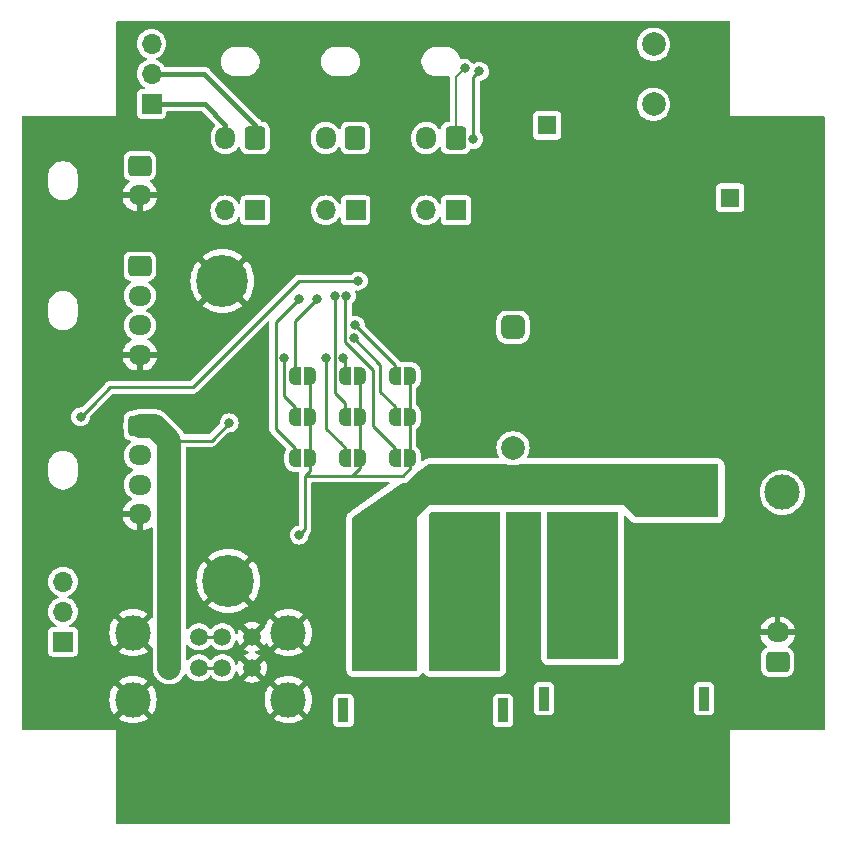
<source format=gbr>
%TF.GenerationSoftware,KiCad,Pcbnew,8.0.1*%
%TF.CreationDate,2024-08-29T16:15:39+09:00*%
%TF.ProjectId,PW-3-mini2-v1,50572d33-2d6d-4696-9e69-322d76312e6b,rev?*%
%TF.SameCoordinates,Original*%
%TF.FileFunction,Copper,L2,Bot*%
%TF.FilePolarity,Positive*%
%FSLAX46Y46*%
G04 Gerber Fmt 4.6, Leading zero omitted, Abs format (unit mm)*
G04 Created by KiCad (PCBNEW 8.0.1) date 2024-08-29 16:15:39*
%MOMM*%
%LPD*%
G01*
G04 APERTURE LIST*
G04 Aperture macros list*
%AMRoundRect*
0 Rectangle with rounded corners*
0 $1 Rounding radius*
0 $2 $3 $4 $5 $6 $7 $8 $9 X,Y pos of 4 corners*
0 Add a 4 corners polygon primitive as box body*
4,1,4,$2,$3,$4,$5,$6,$7,$8,$9,$2,$3,0*
0 Add four circle primitives for the rounded corners*
1,1,$1+$1,$2,$3*
1,1,$1+$1,$4,$5*
1,1,$1+$1,$6,$7*
1,1,$1+$1,$8,$9*
0 Add four rect primitives between the rounded corners*
20,1,$1+$1,$2,$3,$4,$5,0*
20,1,$1+$1,$4,$5,$6,$7,0*
20,1,$1+$1,$6,$7,$8,$9,0*
20,1,$1+$1,$8,$9,$2,$3,0*%
%AMFreePoly0*
4,1,19,0.500000,-0.750000,0.000000,-0.750000,0.000000,-0.744911,-0.071157,-0.744911,-0.207708,-0.704816,-0.327430,-0.627875,-0.420627,-0.520320,-0.479746,-0.390866,-0.500000,-0.250000,-0.500000,0.250000,-0.479746,0.390866,-0.420627,0.520320,-0.327430,0.627875,-0.207708,0.704816,-0.071157,0.744911,0.000000,0.744911,0.000000,0.750000,0.500000,0.750000,0.500000,-0.750000,0.500000,-0.750000,
$1*%
%AMFreePoly1*
4,1,19,0.000000,0.744911,0.071157,0.744911,0.207708,0.704816,0.327430,0.627875,0.420627,0.520320,0.479746,0.390866,0.500000,0.250000,0.500000,-0.250000,0.479746,-0.390866,0.420627,-0.520320,0.327430,-0.627875,0.207708,-0.704816,0.071157,-0.744911,0.000000,-0.744911,0.000000,-0.750000,-0.500000,-0.750000,-0.500000,0.750000,0.000000,0.750000,0.000000,0.744911,0.000000,0.744911,
$1*%
G04 Aperture macros list end*
%TA.AperFunction,ComponentPad*%
%ADD10R,1.700000X1.700000*%
%TD*%
%TA.AperFunction,ComponentPad*%
%ADD11O,1.700000X1.700000*%
%TD*%
%TA.AperFunction,ComponentPad*%
%ADD12R,1.600000X1.600000*%
%TD*%
%TA.AperFunction,ComponentPad*%
%ADD13C,1.600000*%
%TD*%
%TA.AperFunction,ComponentPad*%
%ADD14RoundRect,0.250000X-0.725000X0.600000X-0.725000X-0.600000X0.725000X-0.600000X0.725000X0.600000X0*%
%TD*%
%TA.AperFunction,ComponentPad*%
%ADD15O,1.950000X1.700000*%
%TD*%
%TA.AperFunction,ComponentPad*%
%ADD16R,0.900000X2.000000*%
%TD*%
%TA.AperFunction,ComponentPad*%
%ADD17RoundRect,1.025000X1.025000X1.025000X-1.025000X1.025000X-1.025000X-1.025000X1.025000X-1.025000X0*%
%TD*%
%TA.AperFunction,ComponentPad*%
%ADD18C,4.100000*%
%TD*%
%TA.AperFunction,ComponentPad*%
%ADD19RoundRect,0.250000X0.725000X-0.600000X0.725000X0.600000X-0.725000X0.600000X-0.725000X-0.600000X0*%
%TD*%
%TA.AperFunction,ComponentPad*%
%ADD20C,4.400000*%
%TD*%
%TA.AperFunction,ComponentPad*%
%ADD21C,2.000000*%
%TD*%
%TA.AperFunction,ComponentPad*%
%ADD22RoundRect,0.250000X0.600000X0.725000X-0.600000X0.725000X-0.600000X-0.725000X0.600000X-0.725000X0*%
%TD*%
%TA.AperFunction,ComponentPad*%
%ADD23O,1.700000X1.950000*%
%TD*%
%TA.AperFunction,ComponentPad*%
%ADD24R,1.500000X1.500000*%
%TD*%
%TA.AperFunction,ComponentPad*%
%ADD25C,1.500000*%
%TD*%
%TA.AperFunction,ComponentPad*%
%ADD26C,3.000000*%
%TD*%
%TA.AperFunction,ComponentPad*%
%ADD27O,2.300000X1.200000*%
%TD*%
%TA.AperFunction,ComponentPad*%
%ADD28RoundRect,0.500000X0.500000X0.500000X-0.500000X0.500000X-0.500000X-0.500000X0.500000X-0.500000X0*%
%TD*%
%TA.AperFunction,SMDPad,CuDef*%
%ADD29FreePoly0,180.000000*%
%TD*%
%TA.AperFunction,SMDPad,CuDef*%
%ADD30FreePoly1,180.000000*%
%TD*%
%TA.AperFunction,ViaPad*%
%ADD31C,0.800000*%
%TD*%
%TA.AperFunction,Conductor*%
%ADD32C,0.250000*%
%TD*%
%TA.AperFunction,Conductor*%
%ADD33C,0.200000*%
%TD*%
%TA.AperFunction,Conductor*%
%ADD34C,2.000000*%
%TD*%
%TA.AperFunction,Conductor*%
%ADD35C,0.400000*%
%TD*%
G04 APERTURE END LIST*
D10*
%TO.P,SW2,1,A*%
%TO.N,unconnected-(SW2-A-Pad1)*%
X115500000Y-102540000D03*
D11*
%TO.P,SW2,2,B*%
%TO.N,Net-(SW2-B)*%
X115500000Y-100000000D03*
%TO.P,SW2,3,C*%
%TO.N,/CANH*%
X115500000Y-97460000D03*
%TD*%
D12*
%TO.P,C5,1*%
%TO.N,+5V*%
X156500000Y-58817621D03*
D13*
%TO.P,C5,2*%
%TO.N,GND*%
X156500000Y-61317621D03*
%TD*%
D14*
%TO.P,J8,1,Pin_1*%
%TO.N,+5V*%
X122000000Y-62250000D03*
D15*
%TO.P,J8,2,Pin_2*%
%TO.N,GND*%
X122000000Y-64750000D03*
%TD*%
D16*
%TO.P,J1,*%
%TO.N,*%
X169750000Y-107350000D03*
X156250000Y-107350000D03*
D17*
%TO.P,J1,1,Pin_1*%
%TO.N,GND*%
X166600000Y-101350000D03*
D18*
%TO.P,J1,2,Pin_2*%
%TO.N,Net-(J1-Pin_2)*%
X159400000Y-101350000D03*
%TD*%
D19*
%TO.P,J10,1,Pin_1*%
%TO.N,+BATT*%
X176000000Y-104250000D03*
D15*
%TO.P,J10,2,Pin_2*%
%TO.N,GND*%
X176000000Y-101750000D03*
%TD*%
D20*
%TO.P,U2,18,GND*%
%TO.N,GND*%
X129500000Y-97400000D03*
X129000000Y-72000000D03*
%TD*%
D21*
%TO.P,L1,1,1*%
%TO.N,Net-(L1-Pad1)*%
X165500000Y-57040000D03*
%TO.P,L1,2,2*%
%TO.N,+5V*%
X165500000Y-51960000D03*
%TD*%
D12*
%TO.P,C4,1*%
%TO.N,+BATT*%
X172000000Y-64932380D03*
D13*
%TO.P,C4,2*%
%TO.N,GND*%
X172000000Y-62432380D03*
%TD*%
D14*
%TO.P,J13,1,Pin_1*%
%TO.N,+5V*%
X122000000Y-84250000D03*
D15*
%TO.P,J13,2,Pin_2*%
%TO.N,/CANH*%
X122000000Y-86750000D03*
%TO.P,J13,3,Pin_3*%
%TO.N,/CANL*%
X122000000Y-89250000D03*
%TO.P,J13,4,Pin_4*%
%TO.N,GND*%
X122000000Y-91750000D03*
%TD*%
D10*
%TO.P,J3,1,Pin_1*%
%TO.N,Net-(J2-Pin_2)*%
X140275000Y-66000000D03*
D11*
%TO.P,J3,2,Pin_2*%
%TO.N,Net-(J3-Pin_2)*%
X137735000Y-66000000D03*
%TD*%
D22*
%TO.P,J5,1,Pin_1*%
%TO.N,Net-(D1-A)*%
X148750000Y-59900000D03*
D23*
%TO.P,J5,2,Pin_2*%
%TO.N,Net-(J2-Pin_2)*%
X146250000Y-59900000D03*
%TD*%
D16*
%TO.P,J9,*%
%TO.N,*%
X152750000Y-108350000D03*
X139250000Y-108350000D03*
D17*
%TO.P,J9,1,Pin_1*%
%TO.N,/Vout-*%
X142400000Y-102350000D03*
D18*
%TO.P,J9,2,Pin_2*%
%TO.N,+BATT*%
X149600000Y-102350000D03*
%TD*%
D10*
%TO.P,SW1,1,A*%
%TO.N,Net-(J4-Pin_2)*%
X123000000Y-57000000D03*
D11*
%TO.P,SW1,2,B*%
%TO.N,Net-(J3-Pin_2)*%
X123000000Y-54460000D03*
%TO.P,SW1,3,C*%
%TO.N,unconnected-(SW1-C-Pad3)*%
X123000000Y-51920000D03*
%TD*%
D24*
%TO.P,J11,1,VBUS1*%
%TO.N,+5V*%
X124500000Y-102120000D03*
D25*
%TO.P,J11,2,D1-*%
%TO.N,Net-(J11-D1+)*%
X127000000Y-102120000D03*
%TO.P,J11,3,D1+*%
X129000000Y-102120000D03*
%TO.P,J11,4,GND1*%
%TO.N,GND*%
X131500000Y-102120000D03*
%TO.P,J11,5,VBUS2*%
%TO.N,+5V*%
X124500000Y-104740000D03*
%TO.P,J11,6,D2-*%
%TO.N,Net-(J11-D2+)*%
X127000000Y-104740000D03*
%TO.P,J11,7,D2+*%
X129000000Y-104740000D03*
%TO.P,J11,8,GND2*%
%TO.N,GND*%
X131500000Y-104740000D03*
D26*
%TO.P,J11,9,Shield*%
X121430000Y-101770000D03*
X121430000Y-107450000D03*
X134570000Y-101770000D03*
X134570000Y-107450000D03*
%TD*%
D10*
%TO.P,J4,1,Pin_1*%
%TO.N,Net-(J3-Pin_2)*%
X131775000Y-66000000D03*
D11*
%TO.P,J4,2,Pin_2*%
%TO.N,Net-(J4-Pin_2)*%
X129235000Y-66000000D03*
%TD*%
D27*
%TO.P,F1,1*%
%TO.N,Net-(J1-Pin_2)*%
X159700000Y-95950000D03*
X159700000Y-92550000D03*
%TO.P,F1,2*%
%TO.N,+BATT*%
X149800000Y-95950000D03*
X149800000Y-92550000D03*
%TD*%
D14*
%TO.P,J12,1,Pin_1*%
%TO.N,+5V*%
X122000000Y-70750000D03*
D15*
%TO.P,J12,2,Pin_2*%
%TO.N,/CANH*%
X122000000Y-73250000D03*
%TO.P,J12,3,Pin_3*%
%TO.N,/CANL*%
X122000000Y-75750000D03*
%TO.P,J12,4,Pin_4*%
%TO.N,GND*%
X122000000Y-78250000D03*
%TD*%
D10*
%TO.P,J2,1,Pin_1*%
%TO.N,Net-(D1-A)*%
X148775000Y-66000000D03*
D11*
%TO.P,J2,2,Pin_2*%
%TO.N,Net-(J2-Pin_2)*%
X146235000Y-66000000D03*
%TD*%
D22*
%TO.P,J7,1,Pin_1*%
%TO.N,Net-(J3-Pin_2)*%
X131750000Y-59900000D03*
D23*
%TO.P,J7,2,Pin_2*%
%TO.N,Net-(J4-Pin_2)*%
X129250000Y-59900000D03*
%TD*%
D26*
%TO.P,K1,11*%
%TO.N,GND*%
X166260000Y-72100000D03*
%TO.P,K1,12*%
%TO.N,unconnected-(K1-Pad12)*%
X176400000Y-89900000D03*
%TO.P,K1,14*%
%TO.N,/Vout-*%
X168800000Y-89900000D03*
D28*
%TO.P,K1,A1*%
%TO.N,Net-(D1-A)*%
X153600000Y-75900000D03*
D21*
%TO.P,K1,A2*%
%TO.N,+BATT*%
X153600000Y-86100000D03*
%TD*%
D22*
%TO.P,J6,1,Pin_1*%
%TO.N,Net-(J2-Pin_2)*%
X140250000Y-59900000D03*
D23*
%TO.P,J6,2,Pin_2*%
%TO.N,Net-(J3-Pin_2)*%
X137750000Y-59900000D03*
%TD*%
D29*
%TO.P,JP5,1,A*%
%TO.N,/IM920_IN*%
X140650000Y-83500000D03*
D30*
%TO.P,JP5,2,B*%
%TO.N,/IM920_IO5*%
X139350000Y-83500000D03*
%TD*%
D29*
%TO.P,JP6,1,A*%
%TO.N,/IM920_IN*%
X140650000Y-80000000D03*
D30*
%TO.P,JP6,2,B*%
%TO.N,/IM920_IO6*%
X139350000Y-80000000D03*
%TD*%
D29*
%TO.P,JP8,1,A*%
%TO.N,/IM920_IN*%
X144900000Y-83500000D03*
D30*
%TO.P,JP8,2,B*%
%TO.N,/IM920_IO8*%
X143600000Y-83500000D03*
%TD*%
D29*
%TO.P,JP4,1,A*%
%TO.N,/IM920_IN*%
X140650000Y-87000000D03*
D30*
%TO.P,JP4,2,B*%
%TO.N,/IM920_IO4*%
X139350000Y-87000000D03*
%TD*%
D29*
%TO.P,JP9,1,A*%
%TO.N,/IM920_IN*%
X144900000Y-80000000D03*
D30*
%TO.P,JP9,2,B*%
%TO.N,/IM920_IO10*%
X143600000Y-80000000D03*
%TD*%
D29*
%TO.P,JP2,1,A*%
%TO.N,/IM920_IN*%
X136450000Y-83500000D03*
D30*
%TO.P,JP2,2,B*%
%TO.N,/IM920_IO2*%
X135150000Y-83500000D03*
%TD*%
D29*
%TO.P,JP7,1,A*%
%TO.N,/IM920_IN*%
X144900000Y-87000000D03*
D30*
%TO.P,JP7,2,B*%
%TO.N,/IM920_IO7*%
X143600000Y-87000000D03*
%TD*%
D29*
%TO.P,JP1,1,A*%
%TO.N,/IM920_IN*%
X136450000Y-87000000D03*
D30*
%TO.P,JP1,2,B*%
%TO.N,/IM920_IO1*%
X135150000Y-87000000D03*
%TD*%
D29*
%TO.P,JP3,1,A*%
%TO.N,/IM920_IN*%
X136450000Y-80000000D03*
D30*
%TO.P,JP3,2,B*%
%TO.N,/IM920_IO3*%
X135150000Y-80000000D03*
%TD*%
D31*
%TO.N,Net-(D3-A)*%
X117000000Y-83500000D03*
%TO.N,/IM920_IN*%
X135500000Y-93500000D03*
%TO.N,GND*%
X126500000Y-98000000D03*
X126500000Y-96000000D03*
X126500000Y-94000000D03*
X122500000Y-98000000D03*
X122500000Y-96000000D03*
X122500000Y-94000000D03*
X126500000Y-74500000D03*
X126500000Y-77000000D03*
X126500000Y-79500000D03*
X126500000Y-82500000D03*
X126500000Y-84500000D03*
X132500000Y-77000000D03*
X132500000Y-79500000D03*
X132500000Y-82000000D03*
X132500000Y-85500000D03*
X132500000Y-87500000D03*
X132500000Y-89500000D03*
X126500000Y-89500000D03*
X126500000Y-87500000D03*
X126500000Y-91500000D03*
%TO.N,+5V*%
X129563285Y-84012693D03*
%TO.N,GND*%
X160500000Y-66000000D03*
X175000000Y-59500000D03*
X172500000Y-59500000D03*
X170000000Y-59500000D03*
X161000000Y-58000000D03*
X161000000Y-60000000D03*
X161000000Y-62000000D03*
X159000000Y-64000000D03*
X159000000Y-62000000D03*
X159000000Y-60000000D03*
X167000000Y-63000000D03*
X169000000Y-63000000D03*
X173500000Y-63500000D03*
X170000000Y-56000000D03*
X170000000Y-53500000D03*
X179000000Y-72000000D03*
X113000000Y-63000000D03*
X162800000Y-58200000D03*
X169000000Y-67000000D03*
X166000000Y-115000000D03*
X151000000Y-79000000D03*
X166200000Y-61600000D03*
X162000000Y-56600000D03*
X134000000Y-61000000D03*
X128000000Y-51000000D03*
X171000000Y-103000000D03*
X161000000Y-85000000D03*
X158000000Y-117000000D03*
X167000000Y-110000000D03*
X166200000Y-62400000D03*
X164600000Y-63200000D03*
X155000000Y-81000000D03*
X142000000Y-61000000D03*
X171000000Y-79000000D03*
X122000000Y-117000000D03*
X159000000Y-110000000D03*
X162200000Y-62400000D03*
X151000000Y-85000000D03*
X132500000Y-69000000D03*
X131500000Y-68000000D03*
X171000000Y-97000000D03*
X152000000Y-62000000D03*
X165400000Y-62400000D03*
X163000000Y-62400000D03*
X152000000Y-66000000D03*
X152000000Y-115000000D03*
X136000000Y-71000000D03*
X179000000Y-66000000D03*
X125000000Y-117000000D03*
X157000000Y-110000000D03*
X164000000Y-117000000D03*
X113000000Y-66000000D03*
X158000000Y-71000000D03*
X163000000Y-61600000D03*
X146500000Y-82500000D03*
X163000000Y-85000000D03*
X179000000Y-96000000D03*
X171000000Y-83000000D03*
X125000000Y-51000000D03*
X156000000Y-66000000D03*
X167000000Y-85000000D03*
X152000000Y-64000000D03*
X136000000Y-61000000D03*
X175000000Y-92000000D03*
X158000000Y-75000000D03*
X163000000Y-63200000D03*
X163000000Y-67000000D03*
X171000000Y-69000000D03*
X148000000Y-112000000D03*
X175000000Y-98000000D03*
X179000000Y-69000000D03*
X163800000Y-62400000D03*
X113000000Y-90000000D03*
X134000000Y-51000000D03*
X151000000Y-77000000D03*
X113000000Y-87000000D03*
X165400000Y-63200000D03*
X162000000Y-58200000D03*
X163600000Y-57400000D03*
X171000000Y-93000000D03*
X163800000Y-61600000D03*
X131000000Y-117000000D03*
X171000000Y-101000000D03*
X113000000Y-105000000D03*
X179000000Y-93000000D03*
X169000000Y-85000000D03*
X171000000Y-67000000D03*
X134000000Y-117000000D03*
X162000000Y-115000000D03*
X171000000Y-77000000D03*
X113000000Y-99000000D03*
X158000000Y-73000000D03*
X163800000Y-63200000D03*
X127000000Y-65000000D03*
X120000000Y-92000000D03*
X147000000Y-106000000D03*
X179000000Y-102000000D03*
X113000000Y-60000000D03*
X158000000Y-115000000D03*
X175000000Y-75000000D03*
X175000000Y-87000000D03*
X155000000Y-110000000D03*
X163600000Y-56600000D03*
X154000000Y-66000000D03*
X157000000Y-85000000D03*
X179000000Y-90000000D03*
X179000000Y-81000000D03*
X171000000Y-85000000D03*
X113000000Y-78000000D03*
X143000000Y-117000000D03*
X113000000Y-81000000D03*
X171000000Y-95000000D03*
X167000000Y-67000000D03*
X155000000Y-79000000D03*
X159000000Y-85000000D03*
X170000000Y-115000000D03*
X162800000Y-56600000D03*
X175000000Y-81000000D03*
X167000000Y-51000000D03*
X164600000Y-62400000D03*
X179000000Y-87000000D03*
X171000000Y-109000000D03*
X179000000Y-105000000D03*
X141000000Y-73000000D03*
X162800000Y-57400000D03*
X171000000Y-73000000D03*
X161000000Y-110000000D03*
X175000000Y-73000000D03*
X137000000Y-117000000D03*
X146500000Y-84500000D03*
X155000000Y-85000000D03*
X158000000Y-66500000D03*
X165400000Y-61600000D03*
X113000000Y-75000000D03*
X165000000Y-85000000D03*
X120000000Y-94000000D03*
X137000000Y-90000000D03*
X113000000Y-93000000D03*
X113000000Y-69000000D03*
X146500000Y-78500000D03*
X131000000Y-51000000D03*
X151000000Y-73000000D03*
X133500000Y-70000000D03*
X155000000Y-83000000D03*
X133500000Y-71500000D03*
X179000000Y-78000000D03*
X149000000Y-117000000D03*
X155000000Y-117000000D03*
X179000000Y-99000000D03*
X175000000Y-108000000D03*
X151000000Y-83000000D03*
X163600000Y-58200000D03*
X161000000Y-117000000D03*
X166200000Y-63200000D03*
X179000000Y-75000000D03*
X140000000Y-51000000D03*
X179000000Y-108000000D03*
X162000000Y-57400000D03*
X113000000Y-108000000D03*
X128000000Y-117000000D03*
X151000000Y-71000000D03*
X175000000Y-106000000D03*
X169000000Y-93000000D03*
X143000000Y-51000000D03*
X146500000Y-74500000D03*
X146500000Y-80500000D03*
X171000000Y-99000000D03*
X175000000Y-77000000D03*
X168000000Y-115000000D03*
X146500000Y-86500000D03*
X175000000Y-100000000D03*
X162200000Y-61600000D03*
X164000000Y-115000000D03*
X127000000Y-63000000D03*
X175000000Y-85000000D03*
X140000000Y-117000000D03*
X163000000Y-110000000D03*
X113000000Y-102000000D03*
X113000000Y-84000000D03*
X171000000Y-75000000D03*
X157000000Y-77000000D03*
X165000000Y-110000000D03*
X143000000Y-61000000D03*
X175000000Y-65000000D03*
X147000000Y-108000000D03*
X142000000Y-76000000D03*
X146000000Y-117000000D03*
X158500000Y-68500000D03*
X170000000Y-117000000D03*
X175000000Y-96000000D03*
X175000000Y-79000000D03*
X160000000Y-115000000D03*
X164600000Y-61600000D03*
X152000000Y-60000000D03*
X171000000Y-81000000D03*
X143000000Y-76000000D03*
X135000000Y-61000000D03*
X175000000Y-67000000D03*
X144000000Y-61000000D03*
X139000000Y-90000000D03*
X142000000Y-73000000D03*
X146500000Y-76500000D03*
X127000000Y-69000000D03*
X170000000Y-51000000D03*
X165000000Y-67000000D03*
X152000000Y-106000000D03*
X179000000Y-84000000D03*
X175000000Y-69000000D03*
X175000000Y-83000000D03*
X113000000Y-96000000D03*
X171000000Y-105000000D03*
X154000000Y-115000000D03*
X167000000Y-117000000D03*
X147000000Y-110000000D03*
X175000000Y-71000000D03*
X127000000Y-67000000D03*
X151000000Y-75000000D03*
X171000000Y-71000000D03*
X149000000Y-51000000D03*
X150000000Y-114000000D03*
X175000000Y-94000000D03*
X152000000Y-117000000D03*
X162200000Y-63200000D03*
X146000000Y-51000000D03*
X156000000Y-115000000D03*
X169000000Y-110000000D03*
X151000000Y-81000000D03*
X137000000Y-51000000D03*
X141000000Y-90000000D03*
X113000000Y-72000000D03*
%TO.N,Net-(D1-A)*%
X149500000Y-54000000D03*
%TO.N,Net-(D3-A)*%
X140500000Y-72000000D03*
%TO.N,+BATT*%
X150250000Y-60000000D03*
X150750000Y-54250000D03*
%TO.N,/IM920_IO1*%
X135500000Y-73500000D03*
%TO.N,/IM920_IO2*%
X134250000Y-78500000D03*
%TO.N,/IM920_IO6*%
X139250000Y-78500000D03*
%TO.N,/IM920_IO7*%
X139500000Y-73250000D03*
%TO.N,/IM920_IO5*%
X138500000Y-73250000D03*
%TO.N,/IM920_IO3*%
X137000000Y-73500000D03*
%TO.N,/IM920_IO4*%
X137775000Y-78500000D03*
%TO.N,/IM920_IO8*%
X140137653Y-76862347D03*
%TO.N,/IM920_IO10*%
X140250000Y-75750000D03*
%TD*%
D32*
%TO.N,Net-(D3-A)*%
X119500000Y-81000000D02*
X126500000Y-81000000D01*
X118000000Y-82500000D02*
X119500000Y-81000000D01*
X126500000Y-81000000D02*
X135500000Y-72000000D01*
X117000000Y-83500000D02*
X118000000Y-82500000D01*
%TO.N,/IM920_IN*%
X140000000Y-88500000D02*
X136000000Y-88500000D01*
X136450000Y-88050000D02*
X136000000Y-88500000D01*
X136000000Y-88500000D02*
X136000000Y-93000000D01*
X136000000Y-93000000D02*
X135500000Y-93500000D01*
X136450000Y-87000000D02*
X136450000Y-88050000D01*
%TO.N,Net-(D3-A)*%
X135500000Y-72000000D02*
X140500000Y-72000000D01*
%TO.N,+5V*%
X128075978Y-85500000D02*
X124500000Y-85500000D01*
X129563285Y-84012693D02*
X128075978Y-85500000D01*
%TO.N,Net-(J11-D1+)*%
X127000000Y-102120000D02*
X129000000Y-102120000D01*
%TO.N,Net-(J11-D2+)*%
X129000000Y-104740000D02*
X127000000Y-104740000D01*
D33*
%TO.N,Net-(D1-A)*%
X148750000Y-55750000D02*
X148750000Y-54750000D01*
X148750000Y-54750000D02*
X149500000Y-54000000D01*
X148750000Y-55750000D02*
X148750000Y-59900000D01*
D34*
%TO.N,+5V*%
X124500000Y-85500000D02*
X123250000Y-84250000D01*
X123250000Y-84250000D02*
X122000000Y-84250000D01*
X124500000Y-104740000D02*
X124500000Y-102120000D01*
X124500000Y-102120000D02*
X124500000Y-85500000D01*
D32*
%TO.N,+BATT*%
X150750000Y-54250000D02*
X150250000Y-54750000D01*
X150250000Y-54750000D02*
X150250000Y-60000000D01*
D35*
%TO.N,Net-(J3-Pin_2)*%
X127460000Y-54460000D02*
X131750000Y-58750000D01*
X123000000Y-54460000D02*
X127460000Y-54460000D01*
X131750000Y-58750000D02*
X131750000Y-59900000D01*
%TO.N,Net-(J4-Pin_2)*%
X123000000Y-57000000D02*
X127500000Y-57000000D01*
X127500000Y-57000000D02*
X129250000Y-58750000D01*
X129250000Y-58750000D02*
X129250000Y-59900000D01*
D32*
%TO.N,/IM920_IN*%
X140650000Y-87000000D02*
X140650000Y-83500000D01*
X140650000Y-80000000D02*
X140650000Y-83500000D01*
X144900000Y-87000000D02*
X144900000Y-83500000D01*
X144900000Y-83500000D02*
X144900000Y-80000000D01*
X144900000Y-87000000D02*
X144900000Y-87850000D01*
X144900000Y-87850000D02*
X144250000Y-88500000D01*
X136450000Y-83500000D02*
X136450000Y-80000000D01*
X144250000Y-88500000D02*
X140000000Y-88500000D01*
X140650000Y-87850000D02*
X140000000Y-88500000D01*
X136450000Y-87000000D02*
X136450000Y-83500000D01*
X140650000Y-87000000D02*
X140650000Y-87850000D01*
%TO.N,/IM920_IO1*%
X135150000Y-86150000D02*
X135150000Y-87000000D01*
X133500000Y-84500000D02*
X135150000Y-86150000D01*
X135500000Y-73500000D02*
X133500000Y-75500000D01*
X133500000Y-75500000D02*
X133500000Y-84500000D01*
%TO.N,/IM920_IO2*%
X134250000Y-81750000D02*
X135150000Y-82650000D01*
X134250000Y-78500000D02*
X134250000Y-81750000D01*
X135150000Y-82650000D02*
X135150000Y-83500000D01*
%TO.N,/IM920_IO6*%
X139350000Y-80000000D02*
X139350000Y-78600000D01*
X139350000Y-78600000D02*
X139250000Y-78500000D01*
%TO.N,/IM920_IO7*%
X143600000Y-86100000D02*
X141750000Y-84250000D01*
X139412653Y-77162652D02*
X139625000Y-77375000D01*
X139500000Y-73250000D02*
X139412653Y-73337347D01*
X139412653Y-73337347D02*
X139412653Y-77162652D01*
X143600000Y-87000000D02*
X143600000Y-86100000D01*
X141750000Y-79500000D02*
X139625000Y-77375000D01*
X141750000Y-84250000D02*
X141750000Y-79500000D01*
%TO.N,/IM920_IO5*%
X138500000Y-81500000D02*
X139350000Y-82350000D01*
X138500000Y-73250000D02*
X138500000Y-81500000D01*
X139350000Y-82350000D02*
X139350000Y-83500000D01*
%TO.N,/IM920_IO3*%
X135150000Y-75500000D02*
X135150000Y-80000000D01*
X137000000Y-73500000D02*
X135150000Y-75350000D01*
X135150000Y-75350000D02*
X135150000Y-75500000D01*
%TO.N,/IM920_IO4*%
X139350000Y-86100000D02*
X139000000Y-85750000D01*
X137775000Y-84525000D02*
X137775000Y-78500000D01*
X139000000Y-85750000D02*
X137775000Y-84525000D01*
X139350000Y-87000000D02*
X139350000Y-86100000D01*
%TO.N,/IM920_IO8*%
X142375000Y-79099694D02*
X140137653Y-76862347D01*
X142375000Y-81375000D02*
X142375000Y-79099694D01*
X143600000Y-83500000D02*
X143600000Y-82600000D01*
X143600000Y-82600000D02*
X142375000Y-81375000D01*
%TO.N,/IM920_IO10*%
X143600000Y-80000000D02*
X143600000Y-79100000D01*
X143500000Y-79000000D02*
X143250000Y-78750000D01*
X143250000Y-78750000D02*
X140250000Y-75750000D01*
X143600000Y-79100000D02*
X143500000Y-79000000D01*
%TD*%
%TA.AperFunction,Conductor*%
%TO.N,GND*%
G36*
X131071349Y-102297553D02*
G01*
X131131909Y-102402446D01*
X131217554Y-102488091D01*
X131322447Y-102548651D01*
X131403250Y-102570302D01*
X130810428Y-103163125D01*
X130872610Y-103206666D01*
X131070842Y-103299102D01*
X131202474Y-103334373D01*
X131253788Y-103367697D01*
X131275715Y-103424818D01*
X131259880Y-103483919D01*
X131212330Y-103522424D01*
X131202474Y-103525627D01*
X131070838Y-103560898D01*
X130872622Y-103653327D01*
X130872611Y-103653334D01*
X130810428Y-103696873D01*
X131403251Y-104289696D01*
X131322447Y-104311349D01*
X131217554Y-104371909D01*
X131131909Y-104457554D01*
X131071349Y-104562447D01*
X131049696Y-104643251D01*
X130456873Y-104050428D01*
X130413334Y-104112611D01*
X130413327Y-104112622D01*
X130320898Y-104310836D01*
X130293943Y-104411436D01*
X130260618Y-104462750D01*
X130203497Y-104484676D01*
X130144396Y-104468840D01*
X130105891Y-104421290D01*
X130103101Y-104412924D01*
X130077405Y-104322611D01*
X129982366Y-104131745D01*
X129853872Y-103961593D01*
X129759977Y-103875996D01*
X129696307Y-103817952D01*
X129696300Y-103817946D01*
X129515024Y-103705705D01*
X129515019Y-103705702D01*
X129316198Y-103628679D01*
X129316197Y-103628678D01*
X129316195Y-103628678D01*
X129106610Y-103589500D01*
X128893390Y-103589500D01*
X128683804Y-103628678D01*
X128484980Y-103705702D01*
X128484975Y-103705705D01*
X128303699Y-103817946D01*
X128303692Y-103817952D01*
X128146135Y-103961586D01*
X128146131Y-103961589D01*
X128146128Y-103961593D01*
X128146125Y-103961596D01*
X128146123Y-103961599D01*
X128079003Y-104050479D01*
X128028847Y-104085521D01*
X127967672Y-104084390D01*
X127920997Y-104050479D01*
X127871667Y-103985157D01*
X127853872Y-103961593D01*
X127759977Y-103875996D01*
X127696307Y-103817952D01*
X127696300Y-103817946D01*
X127515024Y-103705705D01*
X127515019Y-103705702D01*
X127316198Y-103628679D01*
X127316197Y-103628678D01*
X127316195Y-103628678D01*
X127106610Y-103589500D01*
X126893390Y-103589500D01*
X126683804Y-103628678D01*
X126484980Y-103705702D01*
X126484975Y-103705705D01*
X126303699Y-103817946D01*
X126303692Y-103817952D01*
X126146135Y-103961586D01*
X126146119Y-103961603D01*
X126078503Y-104051141D01*
X126028347Y-104086184D01*
X125967172Y-104085053D01*
X125918345Y-104048180D01*
X125900500Y-103991480D01*
X125900500Y-102868519D01*
X125919407Y-102810328D01*
X125968907Y-102774364D01*
X126030093Y-102774364D01*
X126078502Y-102808856D01*
X126146128Y-102898407D01*
X126191673Y-102939927D01*
X126303692Y-103042047D01*
X126303699Y-103042053D01*
X126407389Y-103106255D01*
X126484981Y-103154298D01*
X126683802Y-103231321D01*
X126893390Y-103270500D01*
X127106610Y-103270500D01*
X127316198Y-103231321D01*
X127515019Y-103154298D01*
X127696302Y-103042052D01*
X127853872Y-102898407D01*
X127920998Y-102809518D01*
X127971152Y-102774477D01*
X128032327Y-102775608D01*
X128079001Y-102809518D01*
X128146128Y-102898407D01*
X128191673Y-102939927D01*
X128303692Y-103042047D01*
X128303699Y-103042053D01*
X128407389Y-103106255D01*
X128484981Y-103154298D01*
X128683802Y-103231321D01*
X128893390Y-103270500D01*
X129106610Y-103270500D01*
X129316198Y-103231321D01*
X129515019Y-103154298D01*
X129696302Y-103042052D01*
X129853872Y-102898407D01*
X129982366Y-102728255D01*
X130077405Y-102537389D01*
X130103097Y-102447091D01*
X130137205Y-102396300D01*
X130194657Y-102375255D01*
X130253507Y-102391998D01*
X130291276Y-102440135D01*
X130293943Y-102448564D01*
X130320897Y-102549156D01*
X130413332Y-102747386D01*
X130456873Y-102809570D01*
X131049696Y-102216746D01*
X131071349Y-102297553D01*
G37*
%TD.AperFunction*%
%TA.AperFunction,Conductor*%
G36*
X171959191Y-50018907D02*
G01*
X171995155Y-50068407D01*
X172000000Y-50099000D01*
X172000000Y-58000000D01*
X172000001Y-58000000D01*
X179901000Y-58000000D01*
X179959191Y-58018907D01*
X179995155Y-58068407D01*
X180000000Y-58099000D01*
X180000000Y-109901000D01*
X179981093Y-109959191D01*
X179931593Y-109995155D01*
X179901000Y-110000000D01*
X172000000Y-110000000D01*
X172000000Y-110000001D01*
X172000000Y-117901000D01*
X171981093Y-117959191D01*
X171931593Y-117995155D01*
X171901000Y-118000000D01*
X120099000Y-118000000D01*
X120040809Y-117981093D01*
X120004845Y-117931593D01*
X120000000Y-117901000D01*
X120000000Y-110000001D01*
X120000000Y-110000000D01*
X112099000Y-110000000D01*
X112040809Y-109981093D01*
X112004845Y-109931593D01*
X112000000Y-109901000D01*
X112000000Y-107450000D01*
X119424891Y-107450000D01*
X119445299Y-107735351D01*
X119506113Y-108014908D01*
X119606089Y-108282953D01*
X119606093Y-108282961D01*
X119743188Y-108534033D01*
X119849883Y-108676560D01*
X120457911Y-108068531D01*
X120552829Y-108199175D01*
X120680825Y-108327171D01*
X120811466Y-108422086D01*
X120203437Y-109030116D01*
X120345960Y-109136807D01*
X120345963Y-109136809D01*
X120597038Y-109273906D01*
X120597046Y-109273910D01*
X120865091Y-109373886D01*
X121144648Y-109434700D01*
X121430000Y-109455108D01*
X121715351Y-109434700D01*
X121994908Y-109373886D01*
X122262953Y-109273910D01*
X122262961Y-109273906D01*
X122514036Y-109136809D01*
X122514039Y-109136807D01*
X122656561Y-109030116D01*
X122048532Y-108422087D01*
X122179175Y-108327171D01*
X122307171Y-108199175D01*
X122402087Y-108068532D01*
X123010116Y-108676561D01*
X123116807Y-108534039D01*
X123116809Y-108534036D01*
X123253906Y-108282961D01*
X123253910Y-108282953D01*
X123353886Y-108014908D01*
X123414700Y-107735351D01*
X123435108Y-107450000D01*
X132564891Y-107450000D01*
X132585299Y-107735351D01*
X132646113Y-108014908D01*
X132746089Y-108282953D01*
X132746093Y-108282961D01*
X132883188Y-108534033D01*
X132989883Y-108676560D01*
X133597911Y-108068531D01*
X133692829Y-108199175D01*
X133820825Y-108327171D01*
X133951466Y-108422086D01*
X133343437Y-109030116D01*
X133485960Y-109136807D01*
X133485963Y-109136809D01*
X133737038Y-109273906D01*
X133737046Y-109273910D01*
X134005091Y-109373886D01*
X134284648Y-109434700D01*
X134570000Y-109455108D01*
X134855351Y-109434700D01*
X135099811Y-109381521D01*
X138399500Y-109381521D01*
X138399501Y-109381523D01*
X138414352Y-109475299D01*
X138414354Y-109475304D01*
X138471950Y-109588342D01*
X138561658Y-109678050D01*
X138674696Y-109735646D01*
X138768481Y-109750500D01*
X139731518Y-109750499D01*
X139731521Y-109750499D01*
X139731522Y-109750498D01*
X139778411Y-109743072D01*
X139825299Y-109735647D01*
X139825299Y-109735646D01*
X139825304Y-109735646D01*
X139938342Y-109678050D01*
X140028050Y-109588342D01*
X140085646Y-109475304D01*
X140100500Y-109381521D01*
X151899500Y-109381521D01*
X151899501Y-109381523D01*
X151914352Y-109475299D01*
X151914354Y-109475304D01*
X151971950Y-109588342D01*
X152061658Y-109678050D01*
X152174696Y-109735646D01*
X152268481Y-109750500D01*
X153231518Y-109750499D01*
X153231521Y-109750499D01*
X153231522Y-109750498D01*
X153278411Y-109743072D01*
X153325299Y-109735647D01*
X153325299Y-109735646D01*
X153325304Y-109735646D01*
X153438342Y-109678050D01*
X153528050Y-109588342D01*
X153585646Y-109475304D01*
X153600500Y-109381519D01*
X153600500Y-108381521D01*
X155399500Y-108381521D01*
X155399501Y-108381523D01*
X155414352Y-108475299D01*
X155414354Y-108475304D01*
X155471950Y-108588342D01*
X155561658Y-108678050D01*
X155674696Y-108735646D01*
X155768481Y-108750500D01*
X156731518Y-108750499D01*
X156731521Y-108750499D01*
X156731522Y-108750498D01*
X156778411Y-108743072D01*
X156825299Y-108735647D01*
X156825299Y-108735646D01*
X156825304Y-108735646D01*
X156938342Y-108678050D01*
X157028050Y-108588342D01*
X157085646Y-108475304D01*
X157100500Y-108381521D01*
X168899500Y-108381521D01*
X168899501Y-108381523D01*
X168914352Y-108475299D01*
X168914354Y-108475304D01*
X168971950Y-108588342D01*
X169061658Y-108678050D01*
X169174696Y-108735646D01*
X169268481Y-108750500D01*
X170231518Y-108750499D01*
X170231521Y-108750499D01*
X170231522Y-108750498D01*
X170278411Y-108743072D01*
X170325299Y-108735647D01*
X170325299Y-108735646D01*
X170325304Y-108735646D01*
X170438342Y-108678050D01*
X170528050Y-108588342D01*
X170585646Y-108475304D01*
X170600500Y-108381519D01*
X170600499Y-106318482D01*
X170600499Y-106318481D01*
X170600499Y-106318478D01*
X170600498Y-106318476D01*
X170585647Y-106224700D01*
X170585646Y-106224698D01*
X170585646Y-106224696D01*
X170528050Y-106111658D01*
X170438342Y-106021950D01*
X170325304Y-105964354D01*
X170325305Y-105964354D01*
X170231521Y-105949500D01*
X169268478Y-105949500D01*
X169268476Y-105949501D01*
X169174700Y-105964352D01*
X169174695Y-105964354D01*
X169061659Y-106021949D01*
X168971949Y-106111659D01*
X168914354Y-106224695D01*
X168899500Y-106318478D01*
X168899500Y-108381521D01*
X157100500Y-108381521D01*
X157100500Y-108381519D01*
X157100499Y-106318482D01*
X157100499Y-106318481D01*
X157100499Y-106318478D01*
X157100498Y-106318476D01*
X157085647Y-106224700D01*
X157085646Y-106224698D01*
X157085646Y-106224696D01*
X157028050Y-106111658D01*
X156938342Y-106021950D01*
X156825304Y-105964354D01*
X156825305Y-105964354D01*
X156731521Y-105949500D01*
X155768478Y-105949500D01*
X155768476Y-105949501D01*
X155674700Y-105964352D01*
X155674695Y-105964354D01*
X155561659Y-106021949D01*
X155471949Y-106111659D01*
X155414354Y-106224695D01*
X155399500Y-106318478D01*
X155399500Y-108381521D01*
X153600500Y-108381521D01*
X153600499Y-107318482D01*
X153600499Y-107318481D01*
X153600499Y-107318478D01*
X153600498Y-107318476D01*
X153585647Y-107224700D01*
X153585646Y-107224698D01*
X153585646Y-107224696D01*
X153528050Y-107111658D01*
X153438342Y-107021950D01*
X153325304Y-106964354D01*
X153325305Y-106964354D01*
X153231521Y-106949500D01*
X152268478Y-106949500D01*
X152268476Y-106949501D01*
X152174700Y-106964352D01*
X152174695Y-106964354D01*
X152061659Y-107021949D01*
X151971949Y-107111659D01*
X151914354Y-107224695D01*
X151899500Y-107318478D01*
X151899500Y-109381521D01*
X140100500Y-109381521D01*
X140100500Y-109381519D01*
X140100499Y-107318482D01*
X140100499Y-107318481D01*
X140100499Y-107318478D01*
X140100498Y-107318476D01*
X140085647Y-107224700D01*
X140085646Y-107224698D01*
X140085646Y-107224696D01*
X140028050Y-107111658D01*
X139938342Y-107021950D01*
X139825304Y-106964354D01*
X139825305Y-106964354D01*
X139731521Y-106949500D01*
X138768478Y-106949500D01*
X138768476Y-106949501D01*
X138674700Y-106964352D01*
X138674695Y-106964354D01*
X138561659Y-107021949D01*
X138471949Y-107111659D01*
X138414354Y-107224695D01*
X138399500Y-107318478D01*
X138399500Y-109381521D01*
X135099811Y-109381521D01*
X135134908Y-109373886D01*
X135402953Y-109273910D01*
X135402961Y-109273906D01*
X135654036Y-109136809D01*
X135654039Y-109136807D01*
X135796561Y-109030116D01*
X135188532Y-108422087D01*
X135319175Y-108327171D01*
X135447171Y-108199175D01*
X135542087Y-108068532D01*
X136150116Y-108676561D01*
X136256807Y-108534039D01*
X136256809Y-108534036D01*
X136393906Y-108282961D01*
X136393910Y-108282953D01*
X136493886Y-108014908D01*
X136554700Y-107735351D01*
X136575108Y-107450000D01*
X136554700Y-107164648D01*
X136493886Y-106885091D01*
X136393910Y-106617046D01*
X136393906Y-106617038D01*
X136256809Y-106365963D01*
X136256807Y-106365960D01*
X136150116Y-106223437D01*
X135542086Y-106831466D01*
X135447171Y-106700825D01*
X135319175Y-106572829D01*
X135188531Y-106477911D01*
X135796560Y-105869883D01*
X135654033Y-105763188D01*
X135402961Y-105626093D01*
X135402953Y-105626089D01*
X135134908Y-105526113D01*
X134855351Y-105465299D01*
X134570000Y-105444891D01*
X134284648Y-105465299D01*
X134005091Y-105526113D01*
X133737046Y-105626089D01*
X133737038Y-105626093D01*
X133485960Y-105763191D01*
X133485953Y-105763196D01*
X133343437Y-105869882D01*
X133951467Y-106477912D01*
X133820825Y-106572829D01*
X133692829Y-106700825D01*
X133597912Y-106831467D01*
X132989882Y-106223437D01*
X132883196Y-106365953D01*
X132883191Y-106365960D01*
X132746093Y-106617038D01*
X132746089Y-106617046D01*
X132646113Y-106885091D01*
X132585299Y-107164648D01*
X132564891Y-107450000D01*
X123435108Y-107450000D01*
X123414700Y-107164648D01*
X123353886Y-106885091D01*
X123253910Y-106617046D01*
X123253906Y-106617038D01*
X123116809Y-106365963D01*
X123116807Y-106365960D01*
X123010116Y-106223437D01*
X122402086Y-106831466D01*
X122307171Y-106700825D01*
X122179175Y-106572829D01*
X122048531Y-106477911D01*
X122656560Y-105869883D01*
X122514033Y-105763188D01*
X122262961Y-105626093D01*
X122262953Y-105626089D01*
X121994908Y-105526113D01*
X121715351Y-105465299D01*
X121430000Y-105444891D01*
X121144648Y-105465299D01*
X120865091Y-105526113D01*
X120597046Y-105626089D01*
X120597038Y-105626093D01*
X120345960Y-105763191D01*
X120345953Y-105763196D01*
X120203437Y-105869882D01*
X120811467Y-106477912D01*
X120680825Y-106572829D01*
X120552829Y-106700825D01*
X120457912Y-106831467D01*
X119849882Y-106223437D01*
X119743196Y-106365953D01*
X119743191Y-106365960D01*
X119606093Y-106617038D01*
X119606089Y-106617046D01*
X119506113Y-106885091D01*
X119445299Y-107164648D01*
X119424891Y-107450000D01*
X112000000Y-107450000D01*
X112000000Y-100000003D01*
X114244723Y-100000003D01*
X114263791Y-100217969D01*
X114263792Y-100217976D01*
X114263793Y-100217977D01*
X114320425Y-100429330D01*
X114412898Y-100627639D01*
X114538402Y-100806877D01*
X114693123Y-100961598D01*
X114872361Y-101087102D01*
X114872362Y-101087102D01*
X114872363Y-101087103D01*
X114872365Y-101087104D01*
X114901683Y-101100775D01*
X114946432Y-101142503D01*
X114958107Y-101202564D01*
X114932250Y-101258017D01*
X114878736Y-101287681D01*
X114859845Y-101289500D01*
X114618478Y-101289500D01*
X114618476Y-101289501D01*
X114524700Y-101304352D01*
X114524695Y-101304354D01*
X114411659Y-101361949D01*
X114321949Y-101451659D01*
X114264354Y-101564695D01*
X114249500Y-101658478D01*
X114249500Y-103421521D01*
X114249501Y-103421523D01*
X114264352Y-103515299D01*
X114264354Y-103515304D01*
X114321950Y-103628342D01*
X114411658Y-103718050D01*
X114524696Y-103775646D01*
X114618481Y-103790500D01*
X116381518Y-103790499D01*
X116381521Y-103790499D01*
X116381522Y-103790498D01*
X116428411Y-103783072D01*
X116475299Y-103775647D01*
X116475299Y-103775646D01*
X116475304Y-103775646D01*
X116588342Y-103718050D01*
X116678050Y-103628342D01*
X116735646Y-103515304D01*
X116750500Y-103421519D01*
X116750499Y-101770000D01*
X119424891Y-101770000D01*
X119445299Y-102055351D01*
X119506113Y-102334908D01*
X119606089Y-102602953D01*
X119606093Y-102602961D01*
X119743188Y-102854033D01*
X119849883Y-102996560D01*
X120457911Y-102388531D01*
X120552829Y-102519175D01*
X120680825Y-102647171D01*
X120811466Y-102742086D01*
X120203437Y-103350116D01*
X120345960Y-103456807D01*
X120345963Y-103456809D01*
X120597038Y-103593906D01*
X120597046Y-103593910D01*
X120865091Y-103693886D01*
X121144648Y-103754700D01*
X121430000Y-103775108D01*
X121715351Y-103754700D01*
X121994908Y-103693886D01*
X122262953Y-103593910D01*
X122262961Y-103593906D01*
X122514036Y-103456809D01*
X122514039Y-103456807D01*
X122656561Y-103350116D01*
X122048532Y-102742087D01*
X122179175Y-102647171D01*
X122307171Y-102519175D01*
X122402087Y-102388532D01*
X123017191Y-103003636D01*
X123052827Y-103012461D01*
X123092232Y-103059269D01*
X123099500Y-103096502D01*
X123099500Y-104850225D01*
X123133984Y-105067948D01*
X123202102Y-105277599D01*
X123202103Y-105277601D01*
X123202105Y-105277606D01*
X123247851Y-105367386D01*
X123301669Y-105473011D01*
X123302185Y-105474022D01*
X123431758Y-105652365D01*
X123587635Y-105808242D01*
X123765978Y-105937815D01*
X123962394Y-106037895D01*
X124172049Y-106106015D01*
X124259140Y-106119809D01*
X124389775Y-106140500D01*
X124389778Y-106140500D01*
X124610225Y-106140500D01*
X124719086Y-106123257D01*
X124827951Y-106106015D01*
X125037606Y-106037895D01*
X125234022Y-105937815D01*
X125412365Y-105808242D01*
X125568242Y-105652365D01*
X125697815Y-105474022D01*
X125797895Y-105277606D01*
X125797898Y-105277594D01*
X125798514Y-105276110D01*
X125798866Y-105275697D01*
X125799660Y-105274140D01*
X125800033Y-105274330D01*
X125838249Y-105229583D01*
X125897744Y-105215298D01*
X125954272Y-105238711D01*
X125978600Y-105269865D01*
X126001863Y-105316582D01*
X126017634Y-105348255D01*
X126146128Y-105518407D01*
X126146135Y-105518413D01*
X126303692Y-105662047D01*
X126303699Y-105662053D01*
X126407389Y-105726255D01*
X126484981Y-105774298D01*
X126683802Y-105851321D01*
X126893390Y-105890500D01*
X127106610Y-105890500D01*
X127316198Y-105851321D01*
X127515019Y-105774298D01*
X127696302Y-105662052D01*
X127853872Y-105518407D01*
X127920998Y-105429518D01*
X127971152Y-105394477D01*
X128032327Y-105395608D01*
X128079001Y-105429518D01*
X128146128Y-105518407D01*
X128146135Y-105518413D01*
X128303692Y-105662047D01*
X128303699Y-105662053D01*
X128407389Y-105726255D01*
X128484981Y-105774298D01*
X128683802Y-105851321D01*
X128893390Y-105890500D01*
X129106610Y-105890500D01*
X129316198Y-105851321D01*
X129515019Y-105774298D01*
X129696302Y-105662052D01*
X129853872Y-105518407D01*
X129982366Y-105348255D01*
X130077405Y-105157389D01*
X130103097Y-105067091D01*
X130137205Y-105016300D01*
X130194657Y-104995255D01*
X130253507Y-105011998D01*
X130291276Y-105060135D01*
X130293943Y-105068564D01*
X130320897Y-105169156D01*
X130413332Y-105367386D01*
X130456873Y-105429570D01*
X131049696Y-104836746D01*
X131071349Y-104917553D01*
X131131909Y-105022446D01*
X131217554Y-105108091D01*
X131322447Y-105168651D01*
X131403250Y-105190302D01*
X130810428Y-105783125D01*
X130872610Y-105826666D01*
X131070842Y-105919102D01*
X131282118Y-105975713D01*
X131499997Y-105994775D01*
X131500003Y-105994775D01*
X131717881Y-105975713D01*
X131929157Y-105919102D01*
X132127388Y-105826666D01*
X132127391Y-105826665D01*
X132189571Y-105783125D01*
X131596748Y-105190302D01*
X131677553Y-105168651D01*
X131782446Y-105108091D01*
X131868091Y-105022446D01*
X131928651Y-104917553D01*
X131950302Y-104836748D01*
X132543125Y-105429571D01*
X132586665Y-105367391D01*
X132586666Y-105367388D01*
X132679102Y-105169157D01*
X132735713Y-104957881D01*
X132754775Y-104740003D01*
X132754775Y-104739996D01*
X132735713Y-104522118D01*
X132679102Y-104310842D01*
X132586668Y-104112615D01*
X132543125Y-104050428D01*
X131950302Y-104643250D01*
X131928651Y-104562447D01*
X131868091Y-104457554D01*
X131782446Y-104371909D01*
X131677553Y-104311349D01*
X131596746Y-104289696D01*
X132189570Y-103696873D01*
X132127386Y-103653332D01*
X131929157Y-103560897D01*
X131797525Y-103525627D01*
X131746211Y-103492303D01*
X131724284Y-103435182D01*
X131740119Y-103376081D01*
X131787669Y-103337576D01*
X131797525Y-103334373D01*
X131929157Y-103299102D01*
X132127388Y-103206666D01*
X132127391Y-103206665D01*
X132189571Y-103163125D01*
X131596748Y-102570302D01*
X131677553Y-102548651D01*
X131782446Y-102488091D01*
X131868091Y-102402446D01*
X131928651Y-102297553D01*
X131950302Y-102216748D01*
X132543125Y-102809571D01*
X132586665Y-102747391D01*
X132586668Y-102747384D01*
X132613665Y-102689490D01*
X132655393Y-102644741D01*
X132715454Y-102633066D01*
X132770907Y-102658923D01*
X132790280Y-102683883D01*
X132883188Y-102854033D01*
X132989883Y-102996560D01*
X133597911Y-102388531D01*
X133692829Y-102519175D01*
X133820825Y-102647171D01*
X133951466Y-102742086D01*
X133343437Y-103350116D01*
X133485960Y-103456807D01*
X133485963Y-103456809D01*
X133737038Y-103593906D01*
X133737046Y-103593910D01*
X134005091Y-103693886D01*
X134284648Y-103754700D01*
X134570000Y-103775108D01*
X134855351Y-103754700D01*
X135134908Y-103693886D01*
X135402953Y-103593910D01*
X135402961Y-103593906D01*
X135654036Y-103456809D01*
X135654039Y-103456807D01*
X135796561Y-103350116D01*
X135188532Y-102742087D01*
X135319175Y-102647171D01*
X135447171Y-102519175D01*
X135542087Y-102388532D01*
X136150116Y-102996561D01*
X136256807Y-102854039D01*
X136256809Y-102854036D01*
X136393906Y-102602961D01*
X136393910Y-102602953D01*
X136493886Y-102334908D01*
X136554700Y-102055351D01*
X136575108Y-101770000D01*
X136554700Y-101484648D01*
X136493886Y-101205091D01*
X136393910Y-100937046D01*
X136393906Y-100937038D01*
X136256809Y-100685963D01*
X136256807Y-100685960D01*
X136150116Y-100543437D01*
X135542086Y-101151466D01*
X135447171Y-101020825D01*
X135319175Y-100892829D01*
X135188531Y-100797911D01*
X135796560Y-100189883D01*
X135654033Y-100083188D01*
X135402961Y-99946093D01*
X135402953Y-99946089D01*
X135134908Y-99846113D01*
X134855351Y-99785299D01*
X134570000Y-99764891D01*
X134284648Y-99785299D01*
X134005091Y-99846113D01*
X133737046Y-99946089D01*
X133737038Y-99946093D01*
X133485960Y-100083191D01*
X133485953Y-100083196D01*
X133343437Y-100189882D01*
X133951467Y-100797912D01*
X133820825Y-100892829D01*
X133692829Y-101020825D01*
X133597912Y-101151467D01*
X132989882Y-100543437D01*
X132883196Y-100685953D01*
X132883191Y-100685960D01*
X132746093Y-100937038D01*
X132746089Y-100937046D01*
X132646112Y-101205092D01*
X132646109Y-101205103D01*
X132614614Y-101349884D01*
X132583770Y-101402726D01*
X132560676Y-101412876D01*
X131950302Y-102023249D01*
X131928651Y-101942447D01*
X131868091Y-101837554D01*
X131782446Y-101751909D01*
X131677553Y-101691349D01*
X131596746Y-101669696D01*
X132189570Y-101076873D01*
X132127386Y-101033332D01*
X131929157Y-100940897D01*
X131717881Y-100884286D01*
X131500003Y-100865225D01*
X131499997Y-100865225D01*
X131282118Y-100884286D01*
X131070837Y-100940898D01*
X130872622Y-101033327D01*
X130872611Y-101033334D01*
X130810428Y-101076873D01*
X131403251Y-101669696D01*
X131322447Y-101691349D01*
X131217554Y-101751909D01*
X131131909Y-101837554D01*
X131071349Y-101942447D01*
X131049696Y-102023251D01*
X130456873Y-101430428D01*
X130413334Y-101492611D01*
X130413327Y-101492622D01*
X130320898Y-101690836D01*
X130293943Y-101791436D01*
X130260618Y-101842750D01*
X130203497Y-101864676D01*
X130144396Y-101848840D01*
X130105891Y-101801290D01*
X130103101Y-101792924D01*
X130077405Y-101702611D01*
X129982366Y-101511745D01*
X129853872Y-101341593D01*
X129794734Y-101287681D01*
X129696307Y-101197952D01*
X129696300Y-101197946D01*
X129515024Y-101085705D01*
X129515019Y-101085702D01*
X129316198Y-101008679D01*
X129316197Y-101008678D01*
X129316195Y-101008678D01*
X129106610Y-100969500D01*
X128893390Y-100969500D01*
X128683804Y-101008678D01*
X128484980Y-101085702D01*
X128484975Y-101085705D01*
X128303699Y-101197946D01*
X128303692Y-101197952D01*
X128146135Y-101341586D01*
X128146131Y-101341589D01*
X128146128Y-101341593D01*
X128146125Y-101341596D01*
X128146123Y-101341599D01*
X128079003Y-101430479D01*
X128028847Y-101465521D01*
X127967672Y-101464390D01*
X127920997Y-101430479D01*
X127860133Y-101349884D01*
X127853872Y-101341593D01*
X127794734Y-101287681D01*
X127696307Y-101197952D01*
X127696300Y-101197946D01*
X127515024Y-101085705D01*
X127515019Y-101085702D01*
X127316198Y-101008679D01*
X127316197Y-101008678D01*
X127316195Y-101008678D01*
X127106610Y-100969500D01*
X126893390Y-100969500D01*
X126683804Y-101008678D01*
X126484980Y-101085702D01*
X126484975Y-101085705D01*
X126303699Y-101197946D01*
X126303692Y-101197952D01*
X126146135Y-101341586D01*
X126146119Y-101341603D01*
X126078503Y-101431141D01*
X126028347Y-101466184D01*
X125967172Y-101465053D01*
X125918345Y-101428180D01*
X125900500Y-101371480D01*
X125900500Y-97400006D01*
X126795065Y-97400006D01*
X126814785Y-97726033D01*
X126814788Y-97726058D01*
X126873664Y-98047330D01*
X126873664Y-98047331D01*
X126970842Y-98359184D01*
X127104896Y-98657039D01*
X127104907Y-98657060D01*
X127273873Y-98936564D01*
X127273886Y-98936584D01*
X127421475Y-99124968D01*
X128563707Y-97982735D01*
X128660967Y-98116602D01*
X128783398Y-98239033D01*
X128917262Y-98336290D01*
X127775030Y-99478523D01*
X127963415Y-99626113D01*
X127963435Y-99626126D01*
X128242939Y-99795092D01*
X128242960Y-99795103D01*
X128540815Y-99929157D01*
X128852669Y-100026335D01*
X129173941Y-100085211D01*
X129173966Y-100085214D01*
X129499994Y-100104935D01*
X129500006Y-100104935D01*
X129826033Y-100085214D01*
X129826058Y-100085211D01*
X130147330Y-100026335D01*
X130147331Y-100026335D01*
X130459184Y-99929157D01*
X130757039Y-99795103D01*
X130757060Y-99795092D01*
X131036564Y-99626126D01*
X131036583Y-99626113D01*
X131224968Y-99478522D01*
X130082736Y-98336290D01*
X130216602Y-98239033D01*
X130339033Y-98116602D01*
X130436290Y-97982736D01*
X131578522Y-99124968D01*
X131726113Y-98936583D01*
X131726126Y-98936564D01*
X131895092Y-98657060D01*
X131895103Y-98657039D01*
X132029157Y-98359184D01*
X132126335Y-98047331D01*
X132126335Y-98047330D01*
X132185211Y-97726058D01*
X132185214Y-97726033D01*
X132204935Y-97400006D01*
X132204935Y-97399993D01*
X132185214Y-97073966D01*
X132185211Y-97073941D01*
X132126335Y-96752669D01*
X132126335Y-96752668D01*
X132029157Y-96440815D01*
X131895103Y-96142960D01*
X131895092Y-96142939D01*
X131726126Y-95863435D01*
X131726113Y-95863415D01*
X131578523Y-95675030D01*
X130436290Y-96817262D01*
X130339033Y-96683398D01*
X130216602Y-96560967D01*
X130082735Y-96463707D01*
X131224968Y-95321475D01*
X131036584Y-95173886D01*
X131036564Y-95173873D01*
X130757060Y-95004907D01*
X130757039Y-95004896D01*
X130459184Y-94870842D01*
X130147330Y-94773664D01*
X129826058Y-94714788D01*
X129826033Y-94714785D01*
X129500006Y-94695065D01*
X129499994Y-94695065D01*
X129173966Y-94714785D01*
X129173941Y-94714788D01*
X128852669Y-94773664D01*
X128852668Y-94773664D01*
X128540815Y-94870842D01*
X128242960Y-95004896D01*
X128242939Y-95004907D01*
X127963435Y-95173873D01*
X127963426Y-95173879D01*
X127775030Y-95321475D01*
X128917263Y-96463708D01*
X128783398Y-96560967D01*
X128660967Y-96683398D01*
X128563708Y-96817263D01*
X127421475Y-95675030D01*
X127273879Y-95863426D01*
X127273873Y-95863435D01*
X127104907Y-96142939D01*
X127104896Y-96142960D01*
X126970842Y-96440815D01*
X126873664Y-96752668D01*
X126873664Y-96752669D01*
X126814788Y-97073941D01*
X126814785Y-97073966D01*
X126795065Y-97399993D01*
X126795065Y-97400006D01*
X125900500Y-97400006D01*
X125900500Y-86124500D01*
X125919407Y-86066309D01*
X125968907Y-86030345D01*
X125999500Y-86025500D01*
X128000716Y-86025500D01*
X128000732Y-86025501D01*
X128006795Y-86025501D01*
X128145161Y-86025501D01*
X128250569Y-85997256D01*
X128278814Y-85989688D01*
X128398643Y-85920505D01*
X128496483Y-85822665D01*
X128496484Y-85822662D01*
X129473496Y-84845649D01*
X129528012Y-84817874D01*
X129554585Y-84817278D01*
X129558477Y-84817716D01*
X129563285Y-84818258D01*
X129742540Y-84798061D01*
X129912807Y-84738482D01*
X130065547Y-84642509D01*
X130193101Y-84514955D01*
X130289074Y-84362215D01*
X130348653Y-84191948D01*
X130368850Y-84012693D01*
X130348653Y-83833438D01*
X130339651Y-83807713D01*
X130324299Y-83763838D01*
X130289074Y-83663171D01*
X130193101Y-83510431D01*
X130065547Y-83382877D01*
X130065544Y-83382875D01*
X130065543Y-83382874D01*
X129912808Y-83286904D01*
X129742546Y-83227326D01*
X129742542Y-83227325D01*
X129563285Y-83207128D01*
X129384027Y-83227325D01*
X129384023Y-83227326D01*
X129213762Y-83286904D01*
X129213761Y-83286904D01*
X129061026Y-83382874D01*
X128933466Y-83510434D01*
X128837496Y-83663169D01*
X128837496Y-83663170D01*
X128777918Y-83833431D01*
X128777917Y-83833435D01*
X128767818Y-83923065D01*
X128758896Y-84002262D01*
X128757720Y-84012696D01*
X128758700Y-84021398D01*
X128746424Y-84081339D01*
X128730326Y-84102480D01*
X127887306Y-84945503D01*
X127832789Y-84973281D01*
X127817302Y-84974500D01*
X125864731Y-84974500D01*
X125806540Y-84955593D01*
X125776522Y-84920446D01*
X125697818Y-84765983D01*
X125697817Y-84765981D01*
X125677271Y-84737702D01*
X125568242Y-84587635D01*
X125412365Y-84431758D01*
X125412361Y-84431755D01*
X124318244Y-83337638D01*
X124318242Y-83337635D01*
X124162365Y-83181758D01*
X123984022Y-83052185D01*
X123984021Y-83052184D01*
X123984019Y-83052183D01*
X123874672Y-82996468D01*
X123787606Y-82952105D01*
X123787602Y-82952104D01*
X123787599Y-82952102D01*
X123577949Y-82883984D01*
X123360225Y-82849499D01*
X123360222Y-82849499D01*
X123139778Y-82849499D01*
X123135700Y-82849499D01*
X123135676Y-82849500D01*
X121889775Y-82849500D01*
X121672051Y-82883984D01*
X121462400Y-82952102D01*
X121462394Y-82952104D01*
X121462394Y-82952105D01*
X121390551Y-82988710D01*
X121345610Y-82999500D01*
X121209306Y-82999500D01*
X121196773Y-83000486D01*
X121172434Y-83002401D01*
X121172427Y-83002403D01*
X121014602Y-83048256D01*
X120873136Y-83131918D01*
X120756918Y-83248136D01*
X120673256Y-83389602D01*
X120627403Y-83547427D01*
X120627401Y-83547434D01*
X120624500Y-83584311D01*
X120624500Y-83974143D01*
X120623281Y-83989630D01*
X120599500Y-84139774D01*
X120599500Y-84360224D01*
X120623281Y-84510368D01*
X120624500Y-84525855D01*
X120624500Y-84915688D01*
X120627401Y-84952565D01*
X120627401Y-84952568D01*
X120627402Y-84952569D01*
X120673256Y-85110398D01*
X120756919Y-85251865D01*
X120873135Y-85368081D01*
X121014602Y-85451744D01*
X121172431Y-85497598D01*
X121174936Y-85497795D01*
X121176059Y-85498260D01*
X121177410Y-85498507D01*
X121177356Y-85498797D01*
X121231465Y-85521207D01*
X121263436Y-85573375D01*
X121258637Y-85634372D01*
X121222043Y-85677229D01*
X121222742Y-85678190D01*
X121219596Y-85680474D01*
X121219595Y-85680476D01*
X121152129Y-85729493D01*
X121060355Y-85796171D01*
X120921171Y-85935355D01*
X120805474Y-86094597D01*
X120716116Y-86269974D01*
X120655289Y-86457178D01*
X120624500Y-86651579D01*
X120624500Y-86848420D01*
X120655289Y-87042821D01*
X120716116Y-87230025D01*
X120782770Y-87360843D01*
X120805476Y-87405405D01*
X120921172Y-87564646D01*
X121060354Y-87703828D01*
X121219595Y-87819524D01*
X121219597Y-87819525D01*
X121398441Y-87910650D01*
X121397885Y-87911739D01*
X121440661Y-87948275D01*
X121454943Y-88007770D01*
X121431527Y-88064297D01*
X121398063Y-88088609D01*
X121398441Y-88089350D01*
X121219597Y-88180474D01*
X121060355Y-88296171D01*
X120921171Y-88435355D01*
X120805474Y-88594597D01*
X120716116Y-88769974D01*
X120655289Y-88957178D01*
X120624500Y-89151579D01*
X120624500Y-89348420D01*
X120655289Y-89542821D01*
X120716116Y-89730025D01*
X120805476Y-89905405D01*
X120921172Y-90064646D01*
X121060354Y-90203828D01*
X121219595Y-90319524D01*
X121291094Y-90355954D01*
X121334359Y-90399218D01*
X121343931Y-90459650D01*
X121316154Y-90514167D01*
X121291095Y-90532373D01*
X121167456Y-90595370D01*
X121167449Y-90595374D01*
X120995535Y-90720277D01*
X120845277Y-90870535D01*
X120720375Y-91042447D01*
X120623904Y-91231784D01*
X120558241Y-91433877D01*
X120547768Y-91499999D01*
X120547769Y-91500000D01*
X121595854Y-91500000D01*
X121557370Y-91566657D01*
X121525000Y-91687465D01*
X121525000Y-91812535D01*
X121557370Y-91933343D01*
X121595854Y-92000000D01*
X120547769Y-92000000D01*
X120558241Y-92066122D01*
X120623904Y-92268215D01*
X120720375Y-92457552D01*
X120845277Y-92629464D01*
X120995535Y-92779722D01*
X121167447Y-92904624D01*
X121356784Y-93001095D01*
X121558878Y-93066759D01*
X121750000Y-93097029D01*
X121750000Y-92154145D01*
X121816657Y-92192630D01*
X121937465Y-92225000D01*
X122062535Y-92225000D01*
X122183343Y-92192630D01*
X122250000Y-92154145D01*
X122250000Y-93097028D01*
X122441121Y-93066759D01*
X122643215Y-93001095D01*
X122832552Y-92904624D01*
X122942309Y-92824881D01*
X123000500Y-92805974D01*
X123058691Y-92824881D01*
X123094655Y-92874381D01*
X123099500Y-92904974D01*
X123099500Y-100443496D01*
X123080593Y-100501687D01*
X123031093Y-100537651D01*
X123013792Y-100539761D01*
X122402086Y-101151466D01*
X122307171Y-101020825D01*
X122179175Y-100892829D01*
X122048531Y-100797911D01*
X122656560Y-100189883D01*
X122514033Y-100083188D01*
X122262961Y-99946093D01*
X122262953Y-99946089D01*
X121994908Y-99846113D01*
X121715351Y-99785299D01*
X121430000Y-99764891D01*
X121144648Y-99785299D01*
X120865091Y-99846113D01*
X120597046Y-99946089D01*
X120597038Y-99946093D01*
X120345960Y-100083191D01*
X120345953Y-100083196D01*
X120203437Y-100189882D01*
X120811467Y-100797912D01*
X120680825Y-100892829D01*
X120552829Y-101020825D01*
X120457912Y-101151467D01*
X119849882Y-100543437D01*
X119743196Y-100685953D01*
X119743191Y-100685960D01*
X119606093Y-100937038D01*
X119606089Y-100937046D01*
X119506113Y-101205091D01*
X119445299Y-101484648D01*
X119424891Y-101770000D01*
X116750499Y-101770000D01*
X116750499Y-101658482D01*
X116750499Y-101658481D01*
X116750499Y-101658478D01*
X116750498Y-101658476D01*
X116735647Y-101564700D01*
X116735646Y-101564698D01*
X116735646Y-101564696D01*
X116678050Y-101451658D01*
X116588342Y-101361950D01*
X116475304Y-101304354D01*
X116475305Y-101304354D01*
X116381522Y-101289500D01*
X116140155Y-101289500D01*
X116081964Y-101270593D01*
X116046000Y-101221093D01*
X116046000Y-101159907D01*
X116081964Y-101110407D01*
X116098317Y-101100775D01*
X116127639Y-101087102D01*
X116306877Y-100961598D01*
X116461598Y-100806877D01*
X116587102Y-100627639D01*
X116679575Y-100429330D01*
X116736207Y-100217977D01*
X116747999Y-100083196D01*
X116755277Y-100000003D01*
X116755277Y-99999996D01*
X116736208Y-99782030D01*
X116736207Y-99782027D01*
X116736207Y-99782023D01*
X116679575Y-99570670D01*
X116636606Y-99478523D01*
X116587107Y-99372372D01*
X116587103Y-99372364D01*
X116461601Y-99193127D01*
X116461600Y-99193126D01*
X116461598Y-99193123D01*
X116306877Y-99038402D01*
X116306873Y-99038399D01*
X116306872Y-99038398D01*
X116161466Y-98936584D01*
X116127639Y-98912898D01*
X115929330Y-98820425D01*
X115929325Y-98820423D01*
X115927827Y-98819725D01*
X115883079Y-98777996D01*
X115871404Y-98717935D01*
X115897262Y-98662482D01*
X115927827Y-98640275D01*
X115929325Y-98639576D01*
X115929330Y-98639575D01*
X116127639Y-98547102D01*
X116306877Y-98421598D01*
X116461598Y-98266877D01*
X116587102Y-98087639D01*
X116679575Y-97889330D01*
X116736207Y-97677977D01*
X116752953Y-97486572D01*
X116755277Y-97460003D01*
X116755277Y-97459996D01*
X116736208Y-97242030D01*
X116736207Y-97242027D01*
X116736207Y-97242023D01*
X116679575Y-97030670D01*
X116587102Y-96832362D01*
X116461598Y-96653123D01*
X116306877Y-96498402D01*
X116306873Y-96498399D01*
X116306872Y-96498398D01*
X116138624Y-96380590D01*
X116127639Y-96372898D01*
X115929330Y-96280425D01*
X115717977Y-96223793D01*
X115717976Y-96223792D01*
X115717969Y-96223791D01*
X115500003Y-96204723D01*
X115499997Y-96204723D01*
X115282030Y-96223791D01*
X115070666Y-96280426D01*
X114872372Y-96372892D01*
X114872364Y-96372896D01*
X114693127Y-96498398D01*
X114538398Y-96653127D01*
X114412896Y-96832364D01*
X114412892Y-96832372D01*
X114320426Y-97030666D01*
X114263791Y-97242030D01*
X114244723Y-97459996D01*
X114244723Y-97460003D01*
X114263791Y-97677969D01*
X114263792Y-97677976D01*
X114263793Y-97677977D01*
X114320425Y-97889330D01*
X114412898Y-98087639D01*
X114538402Y-98266877D01*
X114693123Y-98421598D01*
X114872361Y-98547102D01*
X115070670Y-98639575D01*
X115070671Y-98639575D01*
X115072172Y-98640275D01*
X115116920Y-98682004D01*
X115128595Y-98742065D01*
X115102737Y-98797518D01*
X115072172Y-98819724D01*
X114872372Y-98912892D01*
X114872364Y-98912896D01*
X114693127Y-99038398D01*
X114538398Y-99193127D01*
X114412896Y-99372364D01*
X114412892Y-99372372D01*
X114320426Y-99570666D01*
X114263791Y-99782030D01*
X114244723Y-99999996D01*
X114244723Y-100000003D01*
X112000000Y-100000003D01*
X112000000Y-88498420D01*
X114249500Y-88498420D01*
X114280289Y-88692821D01*
X114341116Y-88880025D01*
X114415238Y-89025500D01*
X114430476Y-89055405D01*
X114546172Y-89214646D01*
X114685354Y-89353828D01*
X114844595Y-89469524D01*
X115019975Y-89558884D01*
X115207174Y-89619709D01*
X115207175Y-89619709D01*
X115207178Y-89619710D01*
X115401580Y-89650500D01*
X115401583Y-89650500D01*
X115598420Y-89650500D01*
X115792821Y-89619710D01*
X115792822Y-89619709D01*
X115792826Y-89619709D01*
X115980025Y-89558884D01*
X116155405Y-89469524D01*
X116314646Y-89353828D01*
X116453828Y-89214646D01*
X116569524Y-89055405D01*
X116658884Y-88880025D01*
X116719709Y-88692826D01*
X116726134Y-88652260D01*
X116750500Y-88498420D01*
X116750500Y-87501579D01*
X116719710Y-87307178D01*
X116700711Y-87248705D01*
X116658884Y-87119975D01*
X116569524Y-86944595D01*
X116453828Y-86785354D01*
X116314646Y-86646172D01*
X116155405Y-86530476D01*
X116155404Y-86530475D01*
X116155402Y-86530474D01*
X115980025Y-86441116D01*
X115792821Y-86380289D01*
X115598420Y-86349500D01*
X115598417Y-86349500D01*
X115401583Y-86349500D01*
X115401580Y-86349500D01*
X115207178Y-86380289D01*
X115019974Y-86441116D01*
X114844597Y-86530474D01*
X114685355Y-86646171D01*
X114546171Y-86785355D01*
X114430474Y-86944597D01*
X114341116Y-87119974D01*
X114280289Y-87307178D01*
X114249500Y-87501579D01*
X114249500Y-88498420D01*
X112000000Y-88498420D01*
X112000000Y-83500000D01*
X116194435Y-83500000D01*
X116214632Y-83679257D01*
X116214633Y-83679261D01*
X116274211Y-83849522D01*
X116274211Y-83849523D01*
X116370181Y-84002258D01*
X116370184Y-84002262D01*
X116497738Y-84129816D01*
X116497740Y-84129817D01*
X116497741Y-84129818D01*
X116596623Y-84191950D01*
X116650478Y-84225789D01*
X116694872Y-84241323D01*
X116820738Y-84285366D01*
X116820742Y-84285367D01*
X116820745Y-84285368D01*
X117000000Y-84305565D01*
X117179255Y-84285368D01*
X117349522Y-84225789D01*
X117502262Y-84129816D01*
X117629816Y-84002262D01*
X117725789Y-83849522D01*
X117785368Y-83679255D01*
X117805565Y-83500000D01*
X117804584Y-83491300D01*
X117816853Y-83431362D01*
X117832954Y-83410213D01*
X118420505Y-82822665D01*
X118420505Y-82822663D01*
X118428651Y-82814518D01*
X118428653Y-82814514D01*
X119688673Y-81554496D01*
X119743190Y-81526719D01*
X119758677Y-81525500D01*
X126424738Y-81525500D01*
X126424754Y-81525501D01*
X126430817Y-81525501D01*
X126569183Y-81525501D01*
X126674591Y-81497256D01*
X126702836Y-81489688D01*
X126822665Y-81420505D01*
X126920505Y-81322665D01*
X126920506Y-81322662D01*
X132805495Y-75437673D01*
X132860012Y-75409896D01*
X132920444Y-75419467D01*
X132963709Y-75462732D01*
X132974499Y-75507677D01*
X132974499Y-75577157D01*
X132974500Y-75577170D01*
X132974500Y-84424737D01*
X132974499Y-84424755D01*
X132974499Y-84430817D01*
X132974499Y-84569183D01*
X132982373Y-84598568D01*
X132997628Y-84655501D01*
X133010312Y-84702836D01*
X133010313Y-84702839D01*
X133079493Y-84822662D01*
X133079495Y-84822665D01*
X133177335Y-84920505D01*
X133177337Y-84920506D01*
X134381581Y-86124750D01*
X134409358Y-86179267D01*
X134399787Y-86239699D01*
X134394862Y-86248277D01*
X134356192Y-86308448D01*
X134356191Y-86308451D01*
X134296463Y-86439237D01*
X134263950Y-86549963D01*
X134263946Y-86549981D01*
X134243485Y-86692286D01*
X134243485Y-86807706D01*
X134243492Y-86807755D01*
X134244500Y-86821845D01*
X134244500Y-87178150D01*
X134243492Y-87192243D01*
X134243485Y-87192291D01*
X134243485Y-87307713D01*
X134263946Y-87450018D01*
X134263950Y-87450036D01*
X134296463Y-87560762D01*
X134296464Y-87560765D01*
X134296465Y-87560767D01*
X134325343Y-87624000D01*
X134356191Y-87691548D01*
X134356198Y-87691561D01*
X134418584Y-87788636D01*
X134418593Y-87788649D01*
X134467341Y-87844907D01*
X134512744Y-87897305D01*
X134557068Y-87935712D01*
X134599975Y-87972892D01*
X134599980Y-87972895D01*
X134720917Y-88050616D01*
X134720919Y-88050617D01*
X134720927Y-88050622D01*
X134825914Y-88098568D01*
X134963869Y-88139075D01*
X135006709Y-88145234D01*
X135078106Y-88155500D01*
X135078111Y-88155500D01*
X135420629Y-88155500D01*
X135478820Y-88174407D01*
X135514784Y-88223907D01*
X135514784Y-88285093D01*
X135511675Y-88292074D01*
X135506938Y-88309755D01*
X135506938Y-88309756D01*
X135474499Y-88430814D01*
X135474499Y-88577157D01*
X135474500Y-88577170D01*
X135474500Y-92608836D01*
X135455593Y-92667027D01*
X135406093Y-92702991D01*
X135386585Y-92707213D01*
X135320750Y-92714630D01*
X135320738Y-92714633D01*
X135150477Y-92774211D01*
X135150476Y-92774211D01*
X134997741Y-92870181D01*
X134870181Y-92997741D01*
X134774211Y-93150476D01*
X134774211Y-93150477D01*
X134714633Y-93320738D01*
X134714632Y-93320742D01*
X134694435Y-93500000D01*
X134714632Y-93679257D01*
X134714633Y-93679261D01*
X134774211Y-93849522D01*
X134774211Y-93849523D01*
X134870181Y-94002258D01*
X134870184Y-94002262D01*
X134997738Y-94129816D01*
X135150478Y-94225789D01*
X135218657Y-94249646D01*
X135320738Y-94285366D01*
X135320742Y-94285367D01*
X135320745Y-94285368D01*
X135500000Y-94305565D01*
X135679255Y-94285368D01*
X135849522Y-94225789D01*
X136002262Y-94129816D01*
X136129816Y-94002262D01*
X136225789Y-93849522D01*
X136285368Y-93679255D01*
X136305565Y-93500000D01*
X136304585Y-93491300D01*
X136316857Y-93431358D01*
X136332959Y-93410210D01*
X136420505Y-93322665D01*
X136489687Y-93202839D01*
X136489687Y-93202837D01*
X136489689Y-93202835D01*
X136525501Y-93069183D01*
X136525501Y-92930817D01*
X136525501Y-92924755D01*
X136525500Y-92924737D01*
X136525500Y-89124500D01*
X136544407Y-89066309D01*
X136593907Y-89030345D01*
X136624500Y-89025500D01*
X139924738Y-89025500D01*
X139924754Y-89025501D01*
X139930817Y-89025501D01*
X140075246Y-89025501D01*
X140075262Y-89025500D01*
X143077447Y-89025500D01*
X143135638Y-89044407D01*
X143171602Y-89093907D01*
X143171602Y-89155093D01*
X143135638Y-89204593D01*
X143133817Y-89205883D01*
X142536070Y-89619709D01*
X139761134Y-91540818D01*
X139684132Y-91606213D01*
X139650402Y-91641121D01*
X139650398Y-91641126D01*
X139587704Y-91720307D01*
X139587702Y-91720310D01*
X139526988Y-91853250D01*
X139526988Y-91853251D01*
X139526986Y-91853255D01*
X139526986Y-91853257D01*
X139517797Y-91884550D01*
X139507300Y-91920300D01*
X139507298Y-91920309D01*
X139486500Y-92064964D01*
X139486500Y-92064970D01*
X139486500Y-104876000D01*
X139498052Y-104983445D01*
X139498237Y-104985165D01*
X139509440Y-105036663D01*
X139544109Y-105140825D01*
X139544109Y-105140826D01*
X139562316Y-105169156D01*
X139623129Y-105263782D01*
X139668884Y-105316586D01*
X139779339Y-105412297D01*
X139912287Y-105473014D01*
X139979326Y-105492699D01*
X139979330Y-105492700D01*
X140013383Y-105497596D01*
X140123995Y-105513500D01*
X140124000Y-105513500D01*
X145375996Y-105513500D01*
X145376000Y-105513500D01*
X145485157Y-105501764D01*
X145536668Y-105490558D01*
X145640827Y-105455890D01*
X145763782Y-105376871D01*
X145816586Y-105331116D01*
X145912297Y-105220661D01*
X145913047Y-105219017D01*
X145914071Y-105217901D01*
X145916125Y-105214706D01*
X145916677Y-105215061D01*
X145954414Y-105173937D01*
X146014380Y-105161780D01*
X146070038Y-105187192D01*
X146086387Y-105206610D01*
X146123129Y-105263782D01*
X146168884Y-105316586D01*
X146279339Y-105412297D01*
X146412287Y-105473014D01*
X146479326Y-105492699D01*
X146479330Y-105492700D01*
X146513383Y-105497596D01*
X146623995Y-105513500D01*
X146624000Y-105513500D01*
X152375996Y-105513500D01*
X152376000Y-105513500D01*
X152485157Y-105501764D01*
X152536668Y-105490558D01*
X152640827Y-105455890D01*
X152763782Y-105376871D01*
X152816586Y-105331116D01*
X152912297Y-105220661D01*
X152973014Y-105087713D01*
X152992699Y-105020674D01*
X152992700Y-105020670D01*
X153002492Y-104952565D01*
X153013500Y-104876005D01*
X153013500Y-91637502D01*
X153013500Y-91637500D01*
X153011950Y-91623080D01*
X153024530Y-91563202D01*
X153069903Y-91522154D01*
X153110383Y-91513500D01*
X155890076Y-91513500D01*
X155948267Y-91532407D01*
X155984231Y-91581907D01*
X155988068Y-91626589D01*
X155986500Y-91637494D01*
X155986500Y-103875996D01*
X155998237Y-103985165D01*
X156009440Y-104036663D01*
X156044109Y-104140825D01*
X156044109Y-104140826D01*
X156044110Y-104140827D01*
X156123129Y-104263782D01*
X156168884Y-104316586D01*
X156279339Y-104412297D01*
X156412287Y-104473014D01*
X156479326Y-104492699D01*
X156479330Y-104492700D01*
X156521325Y-104498737D01*
X156623995Y-104513500D01*
X156624000Y-104513500D01*
X162375996Y-104513500D01*
X162376000Y-104513500D01*
X162485157Y-104501764D01*
X162536668Y-104490558D01*
X162640827Y-104455890D01*
X162763782Y-104376871D01*
X162816586Y-104331116D01*
X162912297Y-104220661D01*
X162973014Y-104087713D01*
X162992699Y-104020674D01*
X162992700Y-104020670D01*
X163001195Y-103961586D01*
X163013500Y-103876005D01*
X163013500Y-101499999D01*
X174547768Y-101499999D01*
X174547769Y-101500000D01*
X175595854Y-101500000D01*
X175557370Y-101566657D01*
X175525000Y-101687465D01*
X175525000Y-101812535D01*
X175557370Y-101933343D01*
X175595854Y-102000000D01*
X174547769Y-102000000D01*
X174558241Y-102066122D01*
X174623904Y-102268215D01*
X174720375Y-102457552D01*
X174845277Y-102629464D01*
X174995535Y-102779722D01*
X175101519Y-102856724D01*
X175137483Y-102906224D01*
X175137483Y-102967410D01*
X175101519Y-103016910D01*
X175070951Y-103031884D01*
X175036049Y-103042024D01*
X175014601Y-103048256D01*
X174873136Y-103131918D01*
X174756918Y-103248136D01*
X174673256Y-103389602D01*
X174627403Y-103547427D01*
X174627401Y-103547434D01*
X174626342Y-103560897D01*
X174624500Y-103584306D01*
X174624500Y-104915694D01*
X174625683Y-104930732D01*
X174627401Y-104952565D01*
X174627401Y-104952568D01*
X174627402Y-104952569D01*
X174673256Y-105110398D01*
X174756919Y-105251865D01*
X174873135Y-105368081D01*
X175014602Y-105451744D01*
X175172431Y-105497598D01*
X175209306Y-105500500D01*
X175209311Y-105500500D01*
X176790689Y-105500500D01*
X176790694Y-105500500D01*
X176827569Y-105497598D01*
X176985398Y-105451744D01*
X177126865Y-105368081D01*
X177243081Y-105251865D01*
X177326744Y-105110398D01*
X177372598Y-104952569D01*
X177375500Y-104915694D01*
X177375500Y-103584306D01*
X177372598Y-103547431D01*
X177326744Y-103389602D01*
X177243081Y-103248135D01*
X177126865Y-103131919D01*
X176985398Y-103048256D01*
X176929049Y-103031885D01*
X176878446Y-102997495D01*
X176857720Y-102939927D01*
X176874790Y-102881171D01*
X176898481Y-102856724D01*
X177004461Y-102779725D01*
X177154722Y-102629464D01*
X177279624Y-102457552D01*
X177376095Y-102268215D01*
X177441758Y-102066122D01*
X177452231Y-102000000D01*
X176404146Y-102000000D01*
X176442630Y-101933343D01*
X176475000Y-101812535D01*
X176475000Y-101687465D01*
X176442630Y-101566657D01*
X176404146Y-101500000D01*
X177452231Y-101500000D01*
X177452231Y-101499999D01*
X177441758Y-101433877D01*
X177376095Y-101231784D01*
X177279624Y-101042447D01*
X177154722Y-100870535D01*
X177004464Y-100720277D01*
X176832552Y-100595375D01*
X176643215Y-100498904D01*
X176441121Y-100433240D01*
X176250000Y-100402969D01*
X176250000Y-101345854D01*
X176183343Y-101307370D01*
X176062535Y-101275000D01*
X175937465Y-101275000D01*
X175816657Y-101307370D01*
X175750000Y-101345854D01*
X175750000Y-100402970D01*
X175749999Y-100402969D01*
X175558878Y-100433240D01*
X175356784Y-100498904D01*
X175167447Y-100595375D01*
X174995535Y-100720277D01*
X174845277Y-100870535D01*
X174720375Y-101042447D01*
X174623904Y-101231784D01*
X174558241Y-101433877D01*
X174547768Y-101499999D01*
X163013500Y-101499999D01*
X163013500Y-91978705D01*
X163032407Y-91920514D01*
X163081907Y-91884550D01*
X163143093Y-91884550D01*
X163182501Y-91908699D01*
X163600582Y-92326780D01*
X163600588Y-92326785D01*
X163600606Y-92326802D01*
X163605409Y-92331116D01*
X163641480Y-92363517D01*
X163648936Y-92369526D01*
X163662117Y-92380148D01*
X163692640Y-92402158D01*
X163706701Y-92412297D01*
X163839649Y-92473014D01*
X163906688Y-92492699D01*
X163906692Y-92492700D01*
X163948687Y-92498737D01*
X164051357Y-92513500D01*
X164051362Y-92513500D01*
X170875996Y-92513500D01*
X170876000Y-92513500D01*
X170985157Y-92501764D01*
X171036668Y-92490558D01*
X171140827Y-92455890D01*
X171263782Y-92376871D01*
X171316586Y-92331116D01*
X171412297Y-92220661D01*
X171473014Y-92087713D01*
X171492699Y-92020674D01*
X171492700Y-92020670D01*
X171500572Y-91965911D01*
X171513500Y-91876005D01*
X171513500Y-89900000D01*
X174494645Y-89900000D01*
X174514038Y-90171154D01*
X174514038Y-90171157D01*
X174514039Y-90171160D01*
X174565752Y-90408884D01*
X174571826Y-90436805D01*
X174666828Y-90691514D01*
X174666832Y-90691522D01*
X174797106Y-90930102D01*
X174797109Y-90930106D01*
X174797113Y-90930113D01*
X174960029Y-91147742D01*
X175152258Y-91339971D01*
X175369887Y-91502887D01*
X175369894Y-91502891D01*
X175369897Y-91502893D01*
X175608477Y-91633167D01*
X175608485Y-91633171D01*
X175608487Y-91633172D01*
X175863199Y-91728175D01*
X176128840Y-91785961D01*
X176400000Y-91805355D01*
X176671160Y-91785961D01*
X176936801Y-91728175D01*
X177191513Y-91633172D01*
X177430113Y-91502887D01*
X177647742Y-91339971D01*
X177839971Y-91147742D01*
X178002887Y-90930113D01*
X178133172Y-90691513D01*
X178228175Y-90436801D01*
X178285961Y-90171160D01*
X178305355Y-89900000D01*
X178285961Y-89628840D01*
X178228175Y-89363199D01*
X178133172Y-89108487D01*
X178125211Y-89093907D01*
X178002893Y-88869897D01*
X178002891Y-88869894D01*
X178002887Y-88869887D01*
X177839971Y-88652258D01*
X177647742Y-88460029D01*
X177430113Y-88297113D01*
X177430106Y-88297109D01*
X177430102Y-88297106D01*
X177191522Y-88166832D01*
X177191514Y-88166828D01*
X176936805Y-88071826D01*
X176936801Y-88071825D01*
X176671160Y-88014039D01*
X176671157Y-88014038D01*
X176671154Y-88014038D01*
X176400000Y-87994645D01*
X176128845Y-88014038D01*
X175863194Y-88071826D01*
X175608485Y-88166828D01*
X175608477Y-88166832D01*
X175369897Y-88297106D01*
X175369889Y-88297111D01*
X175369887Y-88297113D01*
X175349775Y-88312169D01*
X175152260Y-88460027D01*
X174960027Y-88652260D01*
X174797106Y-88869897D01*
X174666832Y-89108477D01*
X174666828Y-89108485D01*
X174571826Y-89363194D01*
X174514038Y-89628845D01*
X174494645Y-89900000D01*
X171513500Y-89900000D01*
X171513500Y-87624003D01*
X171513500Y-87624000D01*
X171501764Y-87514843D01*
X171490558Y-87463332D01*
X171455890Y-87359173D01*
X171376871Y-87236218D01*
X171331116Y-87183414D01*
X171220661Y-87087703D01*
X171220660Y-87087702D01*
X171087718Y-87026988D01*
X171087716Y-87026987D01*
X171087713Y-87026986D01*
X171020674Y-87007301D01*
X171020670Y-87007300D01*
X171020667Y-87007299D01*
X171020660Y-87007298D01*
X170876005Y-86986500D01*
X170876000Y-86986500D01*
X154876662Y-86986500D01*
X154818471Y-86967593D01*
X154782507Y-86918093D01*
X154782507Y-86856907D01*
X154793782Y-86833353D01*
X154810537Y-86807706D01*
X154835924Y-86768849D01*
X154929157Y-86556300D01*
X154986134Y-86331305D01*
X155005300Y-86100000D01*
X154986134Y-85868695D01*
X154929157Y-85643700D01*
X154835924Y-85431151D01*
X154708979Y-85236847D01*
X154551784Y-85066087D01*
X154434113Y-84974500D01*
X154368629Y-84923532D01*
X154368626Y-84923530D01*
X154164506Y-84813065D01*
X154120795Y-84798059D01*
X153944981Y-84737702D01*
X153944978Y-84737701D01*
X153944977Y-84737701D01*
X153716049Y-84699500D01*
X153483951Y-84699500D01*
X153255022Y-84737701D01*
X153035493Y-84813065D01*
X152831373Y-84923530D01*
X152831370Y-84923532D01*
X152648219Y-85066084D01*
X152491020Y-85236848D01*
X152481209Y-85251865D01*
X152366569Y-85427336D01*
X152364075Y-85431153D01*
X152270843Y-85643701D01*
X152213865Y-85868696D01*
X152194700Y-86100000D01*
X152213865Y-86331303D01*
X152226271Y-86380291D01*
X152270843Y-86556300D01*
X152312638Y-86651583D01*
X152364075Y-86768848D01*
X152364077Y-86768850D01*
X152406218Y-86833353D01*
X152422216Y-86892409D01*
X152400447Y-86949591D01*
X152349224Y-86983056D01*
X152323338Y-86986500D01*
X146538683Y-86986500D01*
X146529944Y-86986574D01*
X146525722Y-86986646D01*
X146516844Y-86986876D01*
X146372973Y-87012632D01*
X146306649Y-87034607D01*
X146306642Y-87034610D01*
X146175870Y-87099848D01*
X146175857Y-87099856D01*
X145960851Y-87248705D01*
X145902245Y-87266282D01*
X145844500Y-87246054D01*
X145809673Y-87195748D01*
X145805500Y-87167308D01*
X145805500Y-86821845D01*
X145806508Y-86807755D01*
X145806515Y-86807706D01*
X145806515Y-86692286D01*
X145786962Y-86556300D01*
X145786053Y-86549976D01*
X145753535Y-86439233D01*
X145693807Y-86308448D01*
X145693803Y-86308442D01*
X145693801Y-86308438D01*
X145631415Y-86211363D01*
X145631406Y-86211350D01*
X145537264Y-86102704D01*
X145537262Y-86102702D01*
X145537256Y-86102695D01*
X145459668Y-86035464D01*
X145428073Y-85983067D01*
X145425500Y-85960645D01*
X145425500Y-84539354D01*
X145444407Y-84481163D01*
X145459669Y-84464535D01*
X145473170Y-84452836D01*
X145537256Y-84397305D01*
X145631410Y-84288644D01*
X145693807Y-84191552D01*
X145753535Y-84060767D01*
X145786053Y-83950024D01*
X145802817Y-83833431D01*
X145806515Y-83807713D01*
X145806515Y-83692291D01*
X145806508Y-83692243D01*
X145805500Y-83678150D01*
X145805500Y-83321845D01*
X145806508Y-83307755D01*
X145806515Y-83307706D01*
X145806515Y-83192286D01*
X145796284Y-83121133D01*
X145786053Y-83049976D01*
X145753535Y-82939233D01*
X145693807Y-82808448D01*
X145693803Y-82808442D01*
X145693801Y-82808438D01*
X145631415Y-82711363D01*
X145631406Y-82711350D01*
X145537264Y-82602704D01*
X145537262Y-82602702D01*
X145537256Y-82602695D01*
X145459668Y-82535464D01*
X145428073Y-82483067D01*
X145425500Y-82460645D01*
X145425500Y-81039354D01*
X145444407Y-80981163D01*
X145459669Y-80964535D01*
X145537256Y-80897305D01*
X145631410Y-80788644D01*
X145693807Y-80691552D01*
X145753535Y-80560767D01*
X145786053Y-80450024D01*
X145798330Y-80364635D01*
X145806515Y-80307713D01*
X145806515Y-80192291D01*
X145806508Y-80192243D01*
X145805500Y-80178150D01*
X145805500Y-79821845D01*
X145806508Y-79807755D01*
X145806515Y-79807706D01*
X145806515Y-79692286D01*
X145788466Y-79566759D01*
X145786053Y-79549976D01*
X145753535Y-79439233D01*
X145693807Y-79308448D01*
X145675346Y-79279722D01*
X145631415Y-79211363D01*
X145631406Y-79211350D01*
X145537264Y-79102704D01*
X145537262Y-79102702D01*
X145537256Y-79102695D01*
X145450027Y-79027110D01*
X145450024Y-79027107D01*
X145450019Y-79027104D01*
X145329082Y-78949383D01*
X145329076Y-78949380D01*
X145329073Y-78949378D01*
X145224086Y-78901432D01*
X145224081Y-78901430D01*
X145224080Y-78901430D01*
X145086132Y-78860925D01*
X145086127Y-78860924D01*
X144971894Y-78844500D01*
X144971889Y-78844500D01*
X144400000Y-78844500D01*
X144399998Y-78844500D01*
X144318832Y-78857356D01*
X144274694Y-78864347D01*
X144274693Y-78864347D01*
X144266999Y-78865566D01*
X144266505Y-78862447D01*
X144233495Y-78862447D01*
X144233001Y-78865566D01*
X144225306Y-78864347D01*
X144199226Y-78860216D01*
X144101822Y-78844788D01*
X144047306Y-78817010D01*
X144031575Y-78796509D01*
X144020505Y-78777335D01*
X143922665Y-78679495D01*
X143922662Y-78679493D01*
X143822665Y-78579496D01*
X143670506Y-78427337D01*
X143670505Y-78427335D01*
X141706182Y-76463013D01*
X152199500Y-76463013D01*
X152205687Y-76541643D01*
X152205688Y-76541645D01*
X152254680Y-76724488D01*
X152330942Y-76874160D01*
X152340619Y-76893152D01*
X152340620Y-76893154D01*
X152459738Y-77040251D01*
X152459743Y-77040257D01*
X152459748Y-77040261D01*
X152606845Y-77159379D01*
X152606847Y-77159380D01*
X152606851Y-77159383D01*
X152775512Y-77245320D01*
X152958355Y-77294312D01*
X153036979Y-77300500D01*
X154163020Y-77300499D01*
X154241645Y-77294312D01*
X154424488Y-77245320D01*
X154593149Y-77159383D01*
X154740257Y-77040257D01*
X154859383Y-76893149D01*
X154945320Y-76724488D01*
X154994312Y-76541645D01*
X155000500Y-76463021D01*
X155000499Y-75336980D01*
X154994312Y-75258355D01*
X154945320Y-75075512D01*
X154859383Y-74906851D01*
X154859380Y-74906847D01*
X154859379Y-74906845D01*
X154740261Y-74759748D01*
X154740257Y-74759743D01*
X154740251Y-74759738D01*
X154593154Y-74640620D01*
X154593152Y-74640619D01*
X154593150Y-74640618D01*
X154593149Y-74640617D01*
X154424488Y-74554680D01*
X154241645Y-74505688D01*
X154241641Y-74505687D01*
X154241642Y-74505687D01*
X154195960Y-74502092D01*
X154163021Y-74499500D01*
X154163014Y-74499500D01*
X153036986Y-74499500D01*
X152958356Y-74505687D01*
X152958353Y-74505688D01*
X152775512Y-74554680D01*
X152606847Y-74640619D01*
X152606845Y-74640620D01*
X152459748Y-74759738D01*
X152459738Y-74759748D01*
X152340620Y-74906845D01*
X152340619Y-74906847D01*
X152254680Y-75075512D01*
X152205687Y-75258359D01*
X152199500Y-75336985D01*
X152199500Y-76463013D01*
X141706182Y-76463013D01*
X141082957Y-75839788D01*
X141055181Y-75785272D01*
X141054585Y-75758698D01*
X141054744Y-75757285D01*
X141055565Y-75750000D01*
X141035368Y-75570745D01*
X141034822Y-75569186D01*
X141011014Y-75501145D01*
X140975789Y-75400478D01*
X140948895Y-75357677D01*
X140879818Y-75247741D01*
X140879817Y-75247740D01*
X140879816Y-75247738D01*
X140752262Y-75120184D01*
X140752259Y-75120182D01*
X140752258Y-75120181D01*
X140599523Y-75024211D01*
X140429261Y-74964633D01*
X140429257Y-74964632D01*
X140250000Y-74944435D01*
X140070740Y-74964632D01*
X140069843Y-74964947D01*
X140069311Y-74964958D01*
X140065324Y-74965869D01*
X140065137Y-74965052D01*
X140008673Y-74966315D01*
X139958382Y-74931467D01*
X139938178Y-74873714D01*
X139938153Y-74871500D01*
X139938153Y-73974813D01*
X139957060Y-73916622D01*
X139984479Y-73890989D01*
X140002262Y-73879816D01*
X140129816Y-73752262D01*
X140225789Y-73599522D01*
X140285368Y-73429255D01*
X140305565Y-73250000D01*
X140285368Y-73070745D01*
X140231996Y-72918219D01*
X140230623Y-72857051D01*
X140265467Y-72806757D01*
X140323219Y-72786548D01*
X140336524Y-72787145D01*
X140359882Y-72789777D01*
X140499996Y-72805565D01*
X140499997Y-72805564D01*
X140500000Y-72805565D01*
X140679255Y-72785368D01*
X140849522Y-72725789D01*
X141002262Y-72629816D01*
X141129816Y-72502262D01*
X141225789Y-72349522D01*
X141285368Y-72179255D01*
X141305565Y-72000000D01*
X141285368Y-71820745D01*
X141225789Y-71650478D01*
X141223254Y-71646444D01*
X141129818Y-71497741D01*
X141129817Y-71497740D01*
X141129816Y-71497738D01*
X141002262Y-71370184D01*
X141002259Y-71370182D01*
X141002258Y-71370181D01*
X140849523Y-71274211D01*
X140679261Y-71214633D01*
X140679257Y-71214632D01*
X140500000Y-71194435D01*
X140320742Y-71214632D01*
X140320738Y-71214633D01*
X140150477Y-71274211D01*
X140150476Y-71274211D01*
X139997741Y-71370181D01*
X139997736Y-71370185D01*
X139922417Y-71445504D01*
X139867900Y-71473281D01*
X139852414Y-71474500D01*
X135575262Y-71474500D01*
X135575246Y-71474499D01*
X135569183Y-71474499D01*
X135430817Y-71474499D01*
X135386267Y-71486435D01*
X135325409Y-71502742D01*
X135325408Y-71502743D01*
X135297164Y-71510312D01*
X135297163Y-71510312D01*
X135297161Y-71510313D01*
X135297156Y-71510315D01*
X135177335Y-71579494D01*
X135079494Y-71677334D01*
X135079495Y-71677335D01*
X135079493Y-71677337D01*
X126311327Y-80445504D01*
X126256810Y-80473281D01*
X126241323Y-80474500D01*
X119569183Y-80474500D01*
X119430816Y-80474500D01*
X119418838Y-80477709D01*
X119374134Y-80489687D01*
X119374134Y-80489688D01*
X119335649Y-80500000D01*
X119297163Y-80510312D01*
X119177332Y-80579497D01*
X119079494Y-80677334D01*
X119079495Y-80677335D01*
X117677335Y-82079495D01*
X117089788Y-82667041D01*
X117035271Y-82694818D01*
X117008705Y-82695415D01*
X117000003Y-82694435D01*
X117000001Y-82694435D01*
X117000000Y-82694435D01*
X116910372Y-82704533D01*
X116820742Y-82714632D01*
X116820738Y-82714633D01*
X116650477Y-82774211D01*
X116650476Y-82774211D01*
X116497741Y-82870181D01*
X116370181Y-82997741D01*
X116274211Y-83150476D01*
X116274211Y-83150477D01*
X116214633Y-83320738D01*
X116214632Y-83320742D01*
X116194435Y-83500000D01*
X112000000Y-83500000D01*
X112000000Y-77999999D01*
X120547768Y-77999999D01*
X120547769Y-78000000D01*
X121595854Y-78000000D01*
X121557370Y-78066657D01*
X121525000Y-78187465D01*
X121525000Y-78312535D01*
X121557370Y-78433343D01*
X121595854Y-78500000D01*
X120547769Y-78500000D01*
X120558241Y-78566122D01*
X120623904Y-78768215D01*
X120720375Y-78957552D01*
X120845277Y-79129464D01*
X120995535Y-79279722D01*
X121167447Y-79404624D01*
X121356784Y-79501095D01*
X121558878Y-79566759D01*
X121750000Y-79597029D01*
X121750000Y-78654145D01*
X121816657Y-78692630D01*
X121937465Y-78725000D01*
X122062535Y-78725000D01*
X122183343Y-78692630D01*
X122250000Y-78654145D01*
X122250000Y-79597028D01*
X122441121Y-79566759D01*
X122643215Y-79501095D01*
X122832552Y-79404624D01*
X123004464Y-79279722D01*
X123154722Y-79129464D01*
X123279624Y-78957552D01*
X123376095Y-78768215D01*
X123441758Y-78566122D01*
X123452231Y-78500000D01*
X122404146Y-78500000D01*
X122442630Y-78433343D01*
X122475000Y-78312535D01*
X122475000Y-78187465D01*
X122442630Y-78066657D01*
X122404146Y-78000000D01*
X123452231Y-78000000D01*
X123452231Y-77999999D01*
X123441758Y-77933877D01*
X123376095Y-77731784D01*
X123279624Y-77542447D01*
X123154722Y-77370535D01*
X123004464Y-77220277D01*
X122832550Y-77095374D01*
X122832543Y-77095370D01*
X122708905Y-77032373D01*
X122665640Y-76989109D01*
X122656069Y-76928677D01*
X122683847Y-76874160D01*
X122708904Y-76855955D01*
X122780405Y-76819524D01*
X122939646Y-76703828D01*
X123078828Y-76564646D01*
X123194524Y-76405405D01*
X123283884Y-76230025D01*
X123344709Y-76042826D01*
X123375500Y-75848417D01*
X123375500Y-75651583D01*
X123375500Y-75651579D01*
X123344710Y-75457178D01*
X123344709Y-75457174D01*
X123283884Y-75269975D01*
X123194524Y-75094595D01*
X123078828Y-74935354D01*
X122939646Y-74796172D01*
X122780405Y-74680476D01*
X122780404Y-74680475D01*
X122780402Y-74680474D01*
X122601559Y-74589350D01*
X122602115Y-74588257D01*
X122559345Y-74551736D01*
X122545055Y-74492243D01*
X122568464Y-74435712D01*
X122601937Y-74411392D01*
X122601559Y-74410650D01*
X122632093Y-74395092D01*
X122780405Y-74319524D01*
X122939646Y-74203828D01*
X123078828Y-74064646D01*
X123194524Y-73905405D01*
X123283884Y-73730025D01*
X123344709Y-73542826D01*
X123362696Y-73429261D01*
X123375500Y-73348420D01*
X123375500Y-73151579D01*
X123344710Y-72957178D01*
X123339390Y-72940804D01*
X123283884Y-72769975D01*
X123194524Y-72594595D01*
X123078828Y-72435354D01*
X122939646Y-72296172D01*
X122780405Y-72180476D01*
X122780402Y-72180474D01*
X122777258Y-72178190D01*
X122777958Y-72177226D01*
X122741360Y-72134370D01*
X122736564Y-72073373D01*
X122768537Y-72021206D01*
X122819724Y-72000006D01*
X126295065Y-72000006D01*
X126314785Y-72326033D01*
X126314788Y-72326058D01*
X126373664Y-72647330D01*
X126373664Y-72647331D01*
X126470842Y-72959184D01*
X126604896Y-73257039D01*
X126604907Y-73257060D01*
X126773873Y-73536564D01*
X126773886Y-73536584D01*
X126921475Y-73724968D01*
X128063707Y-72582735D01*
X128160967Y-72716602D01*
X128283398Y-72839033D01*
X128417262Y-72936290D01*
X127275030Y-74078523D01*
X127463415Y-74226113D01*
X127463435Y-74226126D01*
X127742939Y-74395092D01*
X127742960Y-74395103D01*
X128040815Y-74529157D01*
X128352669Y-74626335D01*
X128673941Y-74685211D01*
X128673966Y-74685214D01*
X128999994Y-74704935D01*
X129000006Y-74704935D01*
X129326033Y-74685214D01*
X129326058Y-74685211D01*
X129647330Y-74626335D01*
X129647331Y-74626335D01*
X129959184Y-74529157D01*
X130257039Y-74395103D01*
X130257060Y-74395092D01*
X130536564Y-74226126D01*
X130536583Y-74226113D01*
X130724968Y-74078522D01*
X129582736Y-72936290D01*
X129716602Y-72839033D01*
X129839033Y-72716602D01*
X129936290Y-72582736D01*
X131078522Y-73724968D01*
X131226113Y-73536583D01*
X131226126Y-73536564D01*
X131395092Y-73257060D01*
X131395103Y-73257039D01*
X131529157Y-72959184D01*
X131626335Y-72647331D01*
X131626335Y-72647330D01*
X131685211Y-72326058D01*
X131685214Y-72326033D01*
X131704935Y-72000006D01*
X131704935Y-71999993D01*
X131685214Y-71673966D01*
X131685211Y-71673941D01*
X131626335Y-71352669D01*
X131626335Y-71352668D01*
X131529157Y-71040815D01*
X131395103Y-70742960D01*
X131395092Y-70742939D01*
X131226126Y-70463435D01*
X131226113Y-70463415D01*
X131078523Y-70275030D01*
X129936290Y-71417262D01*
X129839033Y-71283398D01*
X129716602Y-71160967D01*
X129582735Y-71063707D01*
X130724968Y-69921475D01*
X130536584Y-69773886D01*
X130536564Y-69773873D01*
X130257060Y-69604907D01*
X130257039Y-69604896D01*
X129959184Y-69470842D01*
X129647330Y-69373664D01*
X129326058Y-69314788D01*
X129326033Y-69314785D01*
X129000006Y-69295065D01*
X128999994Y-69295065D01*
X128673966Y-69314785D01*
X128673941Y-69314788D01*
X128352669Y-69373664D01*
X128352668Y-69373664D01*
X128040815Y-69470842D01*
X127742960Y-69604896D01*
X127742939Y-69604907D01*
X127463435Y-69773873D01*
X127463426Y-69773879D01*
X127275030Y-69921475D01*
X128417263Y-71063708D01*
X128283398Y-71160967D01*
X128160967Y-71283398D01*
X128063708Y-71417263D01*
X126921475Y-70275030D01*
X126773879Y-70463426D01*
X126773873Y-70463435D01*
X126604907Y-70742939D01*
X126604896Y-70742960D01*
X126470842Y-71040815D01*
X126373664Y-71352668D01*
X126373664Y-71352669D01*
X126314788Y-71673941D01*
X126314785Y-71673966D01*
X126295065Y-71999993D01*
X126295065Y-72000006D01*
X122819724Y-72000006D01*
X122822643Y-71998797D01*
X122822590Y-71998507D01*
X122823940Y-71998260D01*
X122825063Y-71997795D01*
X122827569Y-71997598D01*
X122985398Y-71951744D01*
X123126865Y-71868081D01*
X123243081Y-71751865D01*
X123326744Y-71610398D01*
X123372598Y-71452569D01*
X123375500Y-71415694D01*
X123375500Y-70084306D01*
X123372598Y-70047431D01*
X123326744Y-69889602D01*
X123243081Y-69748135D01*
X123126865Y-69631919D01*
X122985398Y-69548256D01*
X122827569Y-69502402D01*
X122827568Y-69502401D01*
X122827565Y-69502401D01*
X122804140Y-69500558D01*
X122790694Y-69499500D01*
X121209306Y-69499500D01*
X121196773Y-69500486D01*
X121172434Y-69502401D01*
X121172427Y-69502403D01*
X121014602Y-69548256D01*
X120873136Y-69631918D01*
X120756918Y-69748136D01*
X120673256Y-69889602D01*
X120627403Y-70047427D01*
X120627401Y-70047434D01*
X120625486Y-70071773D01*
X120624500Y-70084306D01*
X120624500Y-71415694D01*
X120625683Y-71430732D01*
X120627401Y-71452565D01*
X120627401Y-71452568D01*
X120627402Y-71452569D01*
X120673256Y-71610398D01*
X120756919Y-71751865D01*
X120873135Y-71868081D01*
X121014602Y-71951744D01*
X121172431Y-71997598D01*
X121174936Y-71997795D01*
X121176059Y-71998260D01*
X121177410Y-71998507D01*
X121177356Y-71998797D01*
X121231465Y-72021207D01*
X121263436Y-72073375D01*
X121258637Y-72134372D01*
X121222043Y-72177229D01*
X121222742Y-72178190D01*
X121219596Y-72180474D01*
X121219595Y-72180476D01*
X121122420Y-72251078D01*
X121060355Y-72296171D01*
X120921171Y-72435355D01*
X120805474Y-72594597D01*
X120716116Y-72769974D01*
X120655289Y-72957178D01*
X120624500Y-73151579D01*
X120624500Y-73348420D01*
X120655289Y-73542821D01*
X120716116Y-73730025D01*
X120801491Y-73897585D01*
X120805476Y-73905405D01*
X120921172Y-74064646D01*
X121060354Y-74203828D01*
X121219595Y-74319524D01*
X121219597Y-74319525D01*
X121398441Y-74410650D01*
X121397885Y-74411739D01*
X121440661Y-74448275D01*
X121454943Y-74507770D01*
X121431527Y-74564297D01*
X121398063Y-74588609D01*
X121398441Y-74589350D01*
X121219597Y-74680474D01*
X121060355Y-74796171D01*
X120921171Y-74935355D01*
X120805474Y-75094597D01*
X120716116Y-75269974D01*
X120655289Y-75457178D01*
X120624500Y-75651579D01*
X120624500Y-75848420D01*
X120655289Y-76042821D01*
X120716116Y-76230025D01*
X120805476Y-76405405D01*
X120921172Y-76564646D01*
X121060354Y-76703828D01*
X121219595Y-76819524D01*
X121291094Y-76855954D01*
X121334359Y-76899218D01*
X121343931Y-76959650D01*
X121316154Y-77014167D01*
X121291095Y-77032373D01*
X121167456Y-77095370D01*
X121167449Y-77095374D01*
X120995535Y-77220277D01*
X120845277Y-77370535D01*
X120720375Y-77542447D01*
X120623904Y-77731784D01*
X120558241Y-77933877D01*
X120547768Y-77999999D01*
X112000000Y-77999999D01*
X112000000Y-74998420D01*
X114249500Y-74998420D01*
X114280289Y-75192821D01*
X114341116Y-75380025D01*
X114406157Y-75507677D01*
X114430476Y-75555405D01*
X114546172Y-75714646D01*
X114685354Y-75853828D01*
X114844595Y-75969524D01*
X115019975Y-76058884D01*
X115207174Y-76119709D01*
X115207175Y-76119709D01*
X115207178Y-76119710D01*
X115401580Y-76150500D01*
X115401583Y-76150500D01*
X115598420Y-76150500D01*
X115792821Y-76119710D01*
X115792822Y-76119709D01*
X115792826Y-76119709D01*
X115980025Y-76058884D01*
X116155405Y-75969524D01*
X116314646Y-75853828D01*
X116453828Y-75714646D01*
X116569524Y-75555405D01*
X116658884Y-75380025D01*
X116719709Y-75192826D01*
X116726941Y-75147164D01*
X116750500Y-74998420D01*
X116750500Y-74001579D01*
X116719710Y-73807178D01*
X116711502Y-73781916D01*
X116658884Y-73619975D01*
X116569524Y-73444595D01*
X116453828Y-73285354D01*
X116314646Y-73146172D01*
X116155405Y-73030476D01*
X116155404Y-73030475D01*
X116155402Y-73030474D01*
X115980025Y-72941116D01*
X115792821Y-72880289D01*
X115598420Y-72849500D01*
X115598417Y-72849500D01*
X115401583Y-72849500D01*
X115401580Y-72849500D01*
X115207178Y-72880289D01*
X115019974Y-72941116D01*
X114844597Y-73030474D01*
X114685355Y-73146171D01*
X114546171Y-73285355D01*
X114430474Y-73444597D01*
X114341116Y-73619974D01*
X114280289Y-73807178D01*
X114249500Y-74001579D01*
X114249500Y-74998420D01*
X112000000Y-74998420D01*
X112000000Y-63998420D01*
X114249500Y-63998420D01*
X114280289Y-64192821D01*
X114280291Y-64192826D01*
X114341116Y-64380025D01*
X114430476Y-64555405D01*
X114546172Y-64714646D01*
X114685354Y-64853828D01*
X114844595Y-64969524D01*
X115019975Y-65058884D01*
X115207174Y-65119709D01*
X115207175Y-65119709D01*
X115207178Y-65119710D01*
X115401580Y-65150500D01*
X115401583Y-65150500D01*
X115598420Y-65150500D01*
X115792821Y-65119710D01*
X115792822Y-65119709D01*
X115792826Y-65119709D01*
X115980025Y-65058884D01*
X116155405Y-64969524D01*
X116314646Y-64853828D01*
X116453828Y-64714646D01*
X116569524Y-64555405D01*
X116597755Y-64499999D01*
X120547768Y-64499999D01*
X120547769Y-64500000D01*
X121595854Y-64500000D01*
X121557370Y-64566657D01*
X121525000Y-64687465D01*
X121525000Y-64812535D01*
X121557370Y-64933343D01*
X121595854Y-65000000D01*
X120547769Y-65000000D01*
X120558241Y-65066122D01*
X120623904Y-65268215D01*
X120720375Y-65457552D01*
X120845277Y-65629464D01*
X120995535Y-65779722D01*
X121167447Y-65904624D01*
X121356784Y-66001095D01*
X121558878Y-66066759D01*
X121750000Y-66097029D01*
X121750000Y-65154145D01*
X121816657Y-65192630D01*
X121937465Y-65225000D01*
X122062535Y-65225000D01*
X122183343Y-65192630D01*
X122250000Y-65154145D01*
X122250000Y-66097028D01*
X122441121Y-66066759D01*
X122643215Y-66001095D01*
X122645358Y-66000003D01*
X127979723Y-66000003D01*
X127998791Y-66217969D01*
X127998792Y-66217976D01*
X127998793Y-66217977D01*
X128055425Y-66429330D01*
X128147898Y-66627639D01*
X128273402Y-66806877D01*
X128428123Y-66961598D01*
X128607361Y-67087102D01*
X128805670Y-67179575D01*
X129017023Y-67236207D01*
X129017027Y-67236207D01*
X129017030Y-67236208D01*
X129234997Y-67255277D01*
X129235000Y-67255277D01*
X129235003Y-67255277D01*
X129452969Y-67236208D01*
X129452970Y-67236207D01*
X129452977Y-67236207D01*
X129664330Y-67179575D01*
X129862639Y-67087102D01*
X130041877Y-66961598D01*
X130196598Y-66806877D01*
X130322102Y-66627639D01*
X130335776Y-66598314D01*
X130377502Y-66553568D01*
X130437563Y-66541892D01*
X130493016Y-66567748D01*
X130522681Y-66621262D01*
X130524500Y-66640154D01*
X130524500Y-66881521D01*
X130524501Y-66881523D01*
X130539352Y-66975299D01*
X130539354Y-66975304D01*
X130596950Y-67088342D01*
X130686658Y-67178050D01*
X130799696Y-67235646D01*
X130893481Y-67250500D01*
X132656518Y-67250499D01*
X132656521Y-67250499D01*
X132656522Y-67250498D01*
X132703411Y-67243072D01*
X132750299Y-67235647D01*
X132750299Y-67235646D01*
X132750304Y-67235646D01*
X132863342Y-67178050D01*
X132953050Y-67088342D01*
X133010646Y-66975304D01*
X133025500Y-66881519D01*
X133025500Y-66000003D01*
X136479723Y-66000003D01*
X136498791Y-66217969D01*
X136498792Y-66217976D01*
X136498793Y-66217977D01*
X136555425Y-66429330D01*
X136647898Y-66627639D01*
X136773402Y-66806877D01*
X136928123Y-66961598D01*
X137107361Y-67087102D01*
X137305670Y-67179575D01*
X137517023Y-67236207D01*
X137517027Y-67236207D01*
X137517030Y-67236208D01*
X137734997Y-67255277D01*
X137735000Y-67255277D01*
X137735003Y-67255277D01*
X137952969Y-67236208D01*
X137952970Y-67236207D01*
X137952977Y-67236207D01*
X138164330Y-67179575D01*
X138362639Y-67087102D01*
X138541877Y-66961598D01*
X138696598Y-66806877D01*
X138822102Y-66627639D01*
X138835776Y-66598314D01*
X138877502Y-66553568D01*
X138937563Y-66541892D01*
X138993016Y-66567748D01*
X139022681Y-66621262D01*
X139024500Y-66640154D01*
X139024500Y-66881521D01*
X139024501Y-66881523D01*
X139039352Y-66975299D01*
X139039354Y-66975304D01*
X139096950Y-67088342D01*
X139186658Y-67178050D01*
X139299696Y-67235646D01*
X139393481Y-67250500D01*
X141156518Y-67250499D01*
X141156521Y-67250499D01*
X141156522Y-67250498D01*
X141203411Y-67243072D01*
X141250299Y-67235647D01*
X141250299Y-67235646D01*
X141250304Y-67235646D01*
X141363342Y-67178050D01*
X141453050Y-67088342D01*
X141510646Y-66975304D01*
X141525500Y-66881519D01*
X141525500Y-66000003D01*
X144979723Y-66000003D01*
X144998791Y-66217969D01*
X144998792Y-66217976D01*
X144998793Y-66217977D01*
X145055425Y-66429330D01*
X145147898Y-66627639D01*
X145273402Y-66806877D01*
X145428123Y-66961598D01*
X145607361Y-67087102D01*
X145805670Y-67179575D01*
X146017023Y-67236207D01*
X146017027Y-67236207D01*
X146017030Y-67236208D01*
X146234997Y-67255277D01*
X146235000Y-67255277D01*
X146235003Y-67255277D01*
X146452969Y-67236208D01*
X146452970Y-67236207D01*
X146452977Y-67236207D01*
X146664330Y-67179575D01*
X146862639Y-67087102D01*
X147041877Y-66961598D01*
X147196598Y-66806877D01*
X147322102Y-66627639D01*
X147335776Y-66598314D01*
X147377502Y-66553568D01*
X147437563Y-66541892D01*
X147493016Y-66567748D01*
X147522681Y-66621262D01*
X147524500Y-66640154D01*
X147524500Y-66881521D01*
X147524501Y-66881523D01*
X147539352Y-66975299D01*
X147539354Y-66975304D01*
X147596950Y-67088342D01*
X147686658Y-67178050D01*
X147799696Y-67235646D01*
X147893481Y-67250500D01*
X149656518Y-67250499D01*
X149656521Y-67250499D01*
X149656522Y-67250498D01*
X149703411Y-67243072D01*
X149750299Y-67235647D01*
X149750299Y-67235646D01*
X149750304Y-67235646D01*
X149863342Y-67178050D01*
X149953050Y-67088342D01*
X150010646Y-66975304D01*
X150025500Y-66881519D01*
X150025499Y-65763901D01*
X170799500Y-65763901D01*
X170799501Y-65763903D01*
X170814352Y-65857679D01*
X170814354Y-65857684D01*
X170871950Y-65970722D01*
X170961658Y-66060430D01*
X171074696Y-66118026D01*
X171168481Y-66132880D01*
X172831518Y-66132879D01*
X172831521Y-66132879D01*
X172831522Y-66132878D01*
X172878411Y-66125452D01*
X172925299Y-66118027D01*
X172925299Y-66118026D01*
X172925304Y-66118026D01*
X173038342Y-66060430D01*
X173128050Y-65970722D01*
X173185646Y-65857684D01*
X173200500Y-65763899D01*
X173200499Y-64100862D01*
X173200499Y-64100861D01*
X173200499Y-64100858D01*
X173200498Y-64100856D01*
X173185647Y-64007080D01*
X173185646Y-64007078D01*
X173185646Y-64007076D01*
X173128050Y-63894038D01*
X173038342Y-63804330D01*
X172925304Y-63746734D01*
X172925305Y-63746734D01*
X172831521Y-63731880D01*
X171168478Y-63731880D01*
X171168476Y-63731881D01*
X171074700Y-63746732D01*
X171074695Y-63746734D01*
X170961659Y-63804329D01*
X170871949Y-63894039D01*
X170814354Y-64007075D01*
X170799500Y-64100858D01*
X170799500Y-65763901D01*
X150025499Y-65763901D01*
X150025499Y-65118482D01*
X150025499Y-65118481D01*
X150025499Y-65118478D01*
X150025498Y-65118476D01*
X150010647Y-65024700D01*
X150010646Y-65024698D01*
X150010646Y-65024696D01*
X149953050Y-64911658D01*
X149863342Y-64821950D01*
X149750304Y-64764354D01*
X149750305Y-64764354D01*
X149656521Y-64749500D01*
X147893478Y-64749500D01*
X147893476Y-64749501D01*
X147799700Y-64764352D01*
X147799695Y-64764354D01*
X147686659Y-64821949D01*
X147596949Y-64911659D01*
X147539354Y-65024695D01*
X147524500Y-65118478D01*
X147524500Y-65359845D01*
X147505593Y-65418036D01*
X147456093Y-65454000D01*
X147394907Y-65454000D01*
X147345407Y-65418036D01*
X147335775Y-65401684D01*
X147322102Y-65372362D01*
X147196598Y-65193123D01*
X147041877Y-65038402D01*
X147041873Y-65038399D01*
X147041872Y-65038398D01*
X146891837Y-64933343D01*
X146862639Y-64912898D01*
X146664330Y-64820425D01*
X146452977Y-64763793D01*
X146452976Y-64763792D01*
X146452969Y-64763791D01*
X146235003Y-64744723D01*
X146234997Y-64744723D01*
X146017030Y-64763791D01*
X145805666Y-64820426D01*
X145607372Y-64912892D01*
X145607364Y-64912896D01*
X145428127Y-65038398D01*
X145273398Y-65193127D01*
X145147896Y-65372364D01*
X145147892Y-65372372D01*
X145055426Y-65570666D01*
X144998791Y-65782030D01*
X144979723Y-65999996D01*
X144979723Y-66000003D01*
X141525500Y-66000003D01*
X141525499Y-65118482D01*
X141525499Y-65118481D01*
X141525499Y-65118478D01*
X141525498Y-65118476D01*
X141510647Y-65024700D01*
X141510646Y-65024698D01*
X141510646Y-65024696D01*
X141453050Y-64911658D01*
X141363342Y-64821950D01*
X141250304Y-64764354D01*
X141250305Y-64764354D01*
X141156521Y-64749500D01*
X139393478Y-64749500D01*
X139393476Y-64749501D01*
X139299700Y-64764352D01*
X139299695Y-64764354D01*
X139186659Y-64821949D01*
X139096949Y-64911659D01*
X139039354Y-65024695D01*
X139024500Y-65118478D01*
X139024500Y-65359845D01*
X139005593Y-65418036D01*
X138956093Y-65454000D01*
X138894907Y-65454000D01*
X138845407Y-65418036D01*
X138835775Y-65401684D01*
X138822102Y-65372362D01*
X138696598Y-65193123D01*
X138541877Y-65038402D01*
X138541873Y-65038399D01*
X138541872Y-65038398D01*
X138391837Y-64933343D01*
X138362639Y-64912898D01*
X138164330Y-64820425D01*
X137952977Y-64763793D01*
X137952976Y-64763792D01*
X137952969Y-64763791D01*
X137735003Y-64744723D01*
X137734997Y-64744723D01*
X137517030Y-64763791D01*
X137305666Y-64820426D01*
X137107372Y-64912892D01*
X137107364Y-64912896D01*
X136928127Y-65038398D01*
X136773398Y-65193127D01*
X136647896Y-65372364D01*
X136647892Y-65372372D01*
X136555426Y-65570666D01*
X136498791Y-65782030D01*
X136479723Y-65999996D01*
X136479723Y-66000003D01*
X133025500Y-66000003D01*
X133025499Y-65118482D01*
X133025499Y-65118481D01*
X133025499Y-65118478D01*
X133025498Y-65118476D01*
X133010647Y-65024700D01*
X133010646Y-65024698D01*
X133010646Y-65024696D01*
X132953050Y-64911658D01*
X132863342Y-64821950D01*
X132750304Y-64764354D01*
X132750305Y-64764354D01*
X132656521Y-64749500D01*
X130893478Y-64749500D01*
X130893476Y-64749501D01*
X130799700Y-64764352D01*
X130799695Y-64764354D01*
X130686659Y-64821949D01*
X130596949Y-64911659D01*
X130539354Y-65024695D01*
X130524500Y-65118478D01*
X130524500Y-65359845D01*
X130505593Y-65418036D01*
X130456093Y-65454000D01*
X130394907Y-65454000D01*
X130345407Y-65418036D01*
X130335775Y-65401684D01*
X130322102Y-65372362D01*
X130196598Y-65193123D01*
X130041877Y-65038402D01*
X130041873Y-65038399D01*
X130041872Y-65038398D01*
X129891837Y-64933343D01*
X129862639Y-64912898D01*
X129664330Y-64820425D01*
X129452977Y-64763793D01*
X129452976Y-64763792D01*
X129452969Y-64763791D01*
X129235003Y-64744723D01*
X129234997Y-64744723D01*
X129017030Y-64763791D01*
X128805666Y-64820426D01*
X128607372Y-64912892D01*
X128607364Y-64912896D01*
X128428127Y-65038398D01*
X128273398Y-65193127D01*
X128147896Y-65372364D01*
X128147892Y-65372372D01*
X128055426Y-65570666D01*
X127998791Y-65782030D01*
X127979723Y-65999996D01*
X127979723Y-66000003D01*
X122645358Y-66000003D01*
X122832552Y-65904624D01*
X123004464Y-65779722D01*
X123154722Y-65629464D01*
X123279624Y-65457552D01*
X123376095Y-65268215D01*
X123441758Y-65066122D01*
X123452231Y-65000000D01*
X122404146Y-65000000D01*
X122442630Y-64933343D01*
X122475000Y-64812535D01*
X122475000Y-64687465D01*
X122442630Y-64566657D01*
X122404146Y-64500000D01*
X123452231Y-64500000D01*
X123452231Y-64499999D01*
X123441758Y-64433877D01*
X123376095Y-64231784D01*
X123279624Y-64042447D01*
X123154722Y-63870535D01*
X123004464Y-63720277D01*
X122898480Y-63643275D01*
X122862516Y-63593775D01*
X122862516Y-63532589D01*
X122898480Y-63483089D01*
X122929046Y-63468115D01*
X122985398Y-63451744D01*
X123126865Y-63368081D01*
X123243081Y-63251865D01*
X123326744Y-63110398D01*
X123372598Y-62952569D01*
X123375500Y-62915694D01*
X123375500Y-61584306D01*
X123372598Y-61547431D01*
X123326744Y-61389602D01*
X123243081Y-61248135D01*
X123126865Y-61131919D01*
X122985398Y-61048256D01*
X122827569Y-61002402D01*
X122827568Y-61002401D01*
X122827565Y-61002401D01*
X122804140Y-61000558D01*
X122790694Y-60999500D01*
X121209306Y-60999500D01*
X121196773Y-61000486D01*
X121172434Y-61002401D01*
X121172427Y-61002403D01*
X121014602Y-61048256D01*
X120873136Y-61131918D01*
X120756918Y-61248136D01*
X120673256Y-61389602D01*
X120627403Y-61547427D01*
X120627401Y-61547434D01*
X120624500Y-61584311D01*
X120624500Y-62915688D01*
X120627401Y-62952565D01*
X120627401Y-62952568D01*
X120627402Y-62952569D01*
X120673256Y-63110398D01*
X120756919Y-63251865D01*
X120873135Y-63368081D01*
X121014602Y-63451744D01*
X121070949Y-63468114D01*
X121121553Y-63502503D01*
X121142279Y-63560071D01*
X121125210Y-63618827D01*
X121101519Y-63643274D01*
X120995539Y-63720273D01*
X120845277Y-63870535D01*
X120720375Y-64042447D01*
X120623904Y-64231784D01*
X120558241Y-64433877D01*
X120547768Y-64499999D01*
X116597755Y-64499999D01*
X116658884Y-64380025D01*
X116719709Y-64192826D01*
X116719710Y-64192821D01*
X116750500Y-63998420D01*
X116750500Y-63001579D01*
X116719710Y-62807178D01*
X116719709Y-62807174D01*
X116658884Y-62619975D01*
X116569524Y-62444595D01*
X116453828Y-62285354D01*
X116314646Y-62146172D01*
X116155405Y-62030476D01*
X116155404Y-62030475D01*
X116155402Y-62030474D01*
X115980025Y-61941116D01*
X115792821Y-61880289D01*
X115598420Y-61849500D01*
X115598417Y-61849500D01*
X115401583Y-61849500D01*
X115401580Y-61849500D01*
X115207178Y-61880289D01*
X115019974Y-61941116D01*
X114844597Y-62030474D01*
X114685355Y-62146171D01*
X114546171Y-62285355D01*
X114430474Y-62444597D01*
X114341116Y-62619974D01*
X114280289Y-62807178D01*
X114249500Y-63001579D01*
X114249500Y-63998420D01*
X112000000Y-63998420D01*
X112000000Y-58099000D01*
X112018907Y-58040809D01*
X112068407Y-58004845D01*
X112099000Y-58000000D01*
X119999999Y-58000000D01*
X120000000Y-58000000D01*
X120000000Y-54460003D01*
X121744723Y-54460003D01*
X121763791Y-54677969D01*
X121763792Y-54677976D01*
X121763793Y-54677977D01*
X121820425Y-54889330D01*
X121912898Y-55087639D01*
X122038402Y-55266877D01*
X122193123Y-55421598D01*
X122372361Y-55547102D01*
X122372362Y-55547102D01*
X122372363Y-55547103D01*
X122372365Y-55547104D01*
X122401683Y-55560775D01*
X122446432Y-55602503D01*
X122458107Y-55662564D01*
X122432250Y-55718017D01*
X122378736Y-55747681D01*
X122359845Y-55749500D01*
X122118478Y-55749500D01*
X122118476Y-55749501D01*
X122024700Y-55764352D01*
X122024695Y-55764354D01*
X121911659Y-55821949D01*
X121821949Y-55911659D01*
X121764354Y-56024695D01*
X121749500Y-56118478D01*
X121749500Y-57881521D01*
X121749501Y-57881523D01*
X121764352Y-57975299D01*
X121764354Y-57975304D01*
X121821950Y-58088342D01*
X121911658Y-58178050D01*
X122024696Y-58235646D01*
X122118481Y-58250500D01*
X123881518Y-58250499D01*
X123881521Y-58250499D01*
X123881522Y-58250498D01*
X123928411Y-58243072D01*
X123975299Y-58235647D01*
X123975299Y-58235646D01*
X123975304Y-58235646D01*
X124088342Y-58178050D01*
X124178050Y-58088342D01*
X124235646Y-57975304D01*
X124248790Y-57892316D01*
X124250500Y-57881521D01*
X124250500Y-57699500D01*
X124269407Y-57641309D01*
X124318907Y-57605345D01*
X124349500Y-57600500D01*
X127210257Y-57600500D01*
X127268448Y-57619407D01*
X127280261Y-57629496D01*
X128383642Y-58732877D01*
X128411419Y-58787394D01*
X128401848Y-58847826D01*
X128383644Y-58872881D01*
X128296172Y-58960354D01*
X128296171Y-58960355D01*
X128180474Y-59119597D01*
X128091116Y-59294974D01*
X128030289Y-59482178D01*
X127999500Y-59676579D01*
X127999500Y-60123420D01*
X128030289Y-60317821D01*
X128091116Y-60505025D01*
X128178872Y-60677258D01*
X128180476Y-60680405D01*
X128296172Y-60839646D01*
X128435354Y-60978828D01*
X128594595Y-61094524D01*
X128769975Y-61183884D01*
X128957174Y-61244709D01*
X128957175Y-61244709D01*
X128957178Y-61244710D01*
X129151580Y-61275500D01*
X129151583Y-61275500D01*
X129348420Y-61275500D01*
X129542821Y-61244710D01*
X129542822Y-61244709D01*
X129542826Y-61244709D01*
X129730025Y-61183884D01*
X129905405Y-61094524D01*
X130064646Y-60978828D01*
X130203828Y-60839646D01*
X130319524Y-60680405D01*
X130319525Y-60680402D01*
X130321810Y-60677258D01*
X130322779Y-60677962D01*
X130365604Y-60641371D01*
X130426600Y-60636557D01*
X130478776Y-60668516D01*
X130501208Y-60722641D01*
X130501493Y-60722590D01*
X130501734Y-60723910D01*
X130502202Y-60725039D01*
X130502203Y-60725051D01*
X130502400Y-60727558D01*
X130502401Y-60727566D01*
X130502402Y-60727569D01*
X130548256Y-60885398D01*
X130631919Y-61026865D01*
X130748135Y-61143081D01*
X130889602Y-61226744D01*
X131047431Y-61272598D01*
X131084306Y-61275500D01*
X131084311Y-61275500D01*
X132415689Y-61275500D01*
X132415694Y-61275500D01*
X132452569Y-61272598D01*
X132610398Y-61226744D01*
X132751865Y-61143081D01*
X132868081Y-61026865D01*
X132951744Y-60885398D01*
X132997598Y-60727569D01*
X133000500Y-60690694D01*
X133000500Y-60123420D01*
X136499500Y-60123420D01*
X136530289Y-60317821D01*
X136591116Y-60505025D01*
X136678872Y-60677258D01*
X136680476Y-60680405D01*
X136796172Y-60839646D01*
X136935354Y-60978828D01*
X137094595Y-61094524D01*
X137269975Y-61183884D01*
X137457174Y-61244709D01*
X137457175Y-61244709D01*
X137457178Y-61244710D01*
X137651580Y-61275500D01*
X137651583Y-61275500D01*
X137848420Y-61275500D01*
X138042821Y-61244710D01*
X138042822Y-61244709D01*
X138042826Y-61244709D01*
X138230025Y-61183884D01*
X138405405Y-61094524D01*
X138564646Y-60978828D01*
X138703828Y-60839646D01*
X138819524Y-60680405D01*
X138819525Y-60680402D01*
X138821810Y-60677258D01*
X138822779Y-60677962D01*
X138865604Y-60641371D01*
X138926600Y-60636557D01*
X138978776Y-60668516D01*
X139001208Y-60722641D01*
X139001493Y-60722590D01*
X139001734Y-60723910D01*
X139002202Y-60725039D01*
X139002203Y-60725051D01*
X139002400Y-60727558D01*
X139002401Y-60727566D01*
X139002402Y-60727569D01*
X139048256Y-60885398D01*
X139131919Y-61026865D01*
X139248135Y-61143081D01*
X139389602Y-61226744D01*
X139547431Y-61272598D01*
X139584306Y-61275500D01*
X139584311Y-61275500D01*
X140915689Y-61275500D01*
X140915694Y-61275500D01*
X140952569Y-61272598D01*
X141110398Y-61226744D01*
X141251865Y-61143081D01*
X141368081Y-61026865D01*
X141451744Y-60885398D01*
X141497598Y-60727569D01*
X141500500Y-60690694D01*
X141500500Y-60123420D01*
X144999500Y-60123420D01*
X145030289Y-60317821D01*
X145091116Y-60505025D01*
X145178872Y-60677258D01*
X145180476Y-60680405D01*
X145296172Y-60839646D01*
X145435354Y-60978828D01*
X145594595Y-61094524D01*
X145769975Y-61183884D01*
X145957174Y-61244709D01*
X145957175Y-61244709D01*
X145957178Y-61244710D01*
X146151580Y-61275500D01*
X146151583Y-61275500D01*
X146348420Y-61275500D01*
X146542821Y-61244710D01*
X146542822Y-61244709D01*
X146542826Y-61244709D01*
X146730025Y-61183884D01*
X146905405Y-61094524D01*
X147064646Y-60978828D01*
X147203828Y-60839646D01*
X147319524Y-60680405D01*
X147319525Y-60680402D01*
X147321810Y-60677258D01*
X147322779Y-60677962D01*
X147365604Y-60641371D01*
X147426600Y-60636557D01*
X147478776Y-60668516D01*
X147501208Y-60722641D01*
X147501493Y-60722590D01*
X147501734Y-60723910D01*
X147502202Y-60725039D01*
X147502203Y-60725051D01*
X147502400Y-60727558D01*
X147502401Y-60727566D01*
X147502402Y-60727569D01*
X147548256Y-60885398D01*
X147631919Y-61026865D01*
X147748135Y-61143081D01*
X147889602Y-61226744D01*
X148047431Y-61272598D01*
X148084306Y-61275500D01*
X148084311Y-61275500D01*
X149415689Y-61275500D01*
X149415694Y-61275500D01*
X149452569Y-61272598D01*
X149610398Y-61226744D01*
X149751865Y-61143081D01*
X149868081Y-61026865D01*
X149951744Y-60885398D01*
X149960387Y-60855648D01*
X149994774Y-60805047D01*
X150052342Y-60784320D01*
X150066539Y-60784894D01*
X150070744Y-60785367D01*
X150070745Y-60785368D01*
X150100402Y-60788709D01*
X150249996Y-60805565D01*
X150249997Y-60805564D01*
X150250000Y-60805565D01*
X150429255Y-60785368D01*
X150599522Y-60725789D01*
X150752262Y-60629816D01*
X150879816Y-60502262D01*
X150975789Y-60349522D01*
X151035368Y-60179255D01*
X151055565Y-60000000D01*
X151035368Y-59820745D01*
X150975789Y-59650478D01*
X150974949Y-59649142D01*
X155299500Y-59649142D01*
X155299501Y-59649144D01*
X155314352Y-59742920D01*
X155314354Y-59742925D01*
X155371950Y-59855963D01*
X155461658Y-59945671D01*
X155574696Y-60003267D01*
X155668481Y-60018121D01*
X157331518Y-60018120D01*
X157331521Y-60018120D01*
X157331522Y-60018119D01*
X157378411Y-60010693D01*
X157425299Y-60003268D01*
X157425299Y-60003267D01*
X157425304Y-60003267D01*
X157538342Y-59945671D01*
X157628050Y-59855963D01*
X157685646Y-59742925D01*
X157700500Y-59649140D01*
X157700499Y-57986103D01*
X157700499Y-57986102D01*
X157700499Y-57986099D01*
X157700498Y-57986097D01*
X157685647Y-57892321D01*
X157685646Y-57892319D01*
X157685646Y-57892317D01*
X157628050Y-57779279D01*
X157538342Y-57689571D01*
X157425304Y-57631975D01*
X157425305Y-57631975D01*
X157331521Y-57617121D01*
X155668478Y-57617121D01*
X155668476Y-57617122D01*
X155574700Y-57631973D01*
X155574695Y-57631975D01*
X155461659Y-57689570D01*
X155371949Y-57779280D01*
X155314354Y-57892316D01*
X155299500Y-57986099D01*
X155299500Y-59649142D01*
X150974949Y-59649142D01*
X150974948Y-59649140D01*
X150879818Y-59497741D01*
X150879814Y-59497736D01*
X150804496Y-59422417D01*
X150776719Y-59367900D01*
X150775500Y-59352414D01*
X150775500Y-57040000D01*
X164094700Y-57040000D01*
X164113865Y-57271303D01*
X164113866Y-57271305D01*
X164170843Y-57496300D01*
X164264076Y-57708849D01*
X164391021Y-57903153D01*
X164548216Y-58073913D01*
X164731374Y-58216470D01*
X164935497Y-58326936D01*
X165155019Y-58402298D01*
X165383951Y-58440500D01*
X165616049Y-58440500D01*
X165844981Y-58402298D01*
X166064503Y-58326936D01*
X166268626Y-58216470D01*
X166451784Y-58073913D01*
X166608979Y-57903153D01*
X166735924Y-57708849D01*
X166829157Y-57496300D01*
X166886134Y-57271305D01*
X166905300Y-57040000D01*
X166886134Y-56808695D01*
X166829157Y-56583700D01*
X166735924Y-56371151D01*
X166608979Y-56176847D01*
X166451784Y-56006087D01*
X166405486Y-55970052D01*
X166268629Y-55863532D01*
X166268626Y-55863530D01*
X166064506Y-55753065D01*
X165999047Y-55730593D01*
X165844981Y-55677702D01*
X165844978Y-55677701D01*
X165844977Y-55677701D01*
X165616049Y-55639500D01*
X165383951Y-55639500D01*
X165155022Y-55677701D01*
X164935493Y-55753065D01*
X164731373Y-55863530D01*
X164731370Y-55863532D01*
X164548219Y-56006084D01*
X164548216Y-56006086D01*
X164548216Y-56006087D01*
X164391021Y-56176847D01*
X164264076Y-56371151D01*
X164170843Y-56583700D01*
X164156414Y-56640678D01*
X164113865Y-56808696D01*
X164094700Y-57040000D01*
X150775500Y-57040000D01*
X150775500Y-55141163D01*
X150794407Y-55082972D01*
X150843907Y-55047008D01*
X150863410Y-55042786D01*
X150929255Y-55035368D01*
X151099522Y-54975789D01*
X151252262Y-54879816D01*
X151379816Y-54752262D01*
X151475789Y-54599522D01*
X151535368Y-54429255D01*
X151555565Y-54250000D01*
X151535368Y-54070745D01*
X151530000Y-54055405D01*
X151503432Y-53979478D01*
X151475789Y-53900478D01*
X151475754Y-53900423D01*
X151379818Y-53747741D01*
X151379817Y-53747740D01*
X151379816Y-53747738D01*
X151252262Y-53620184D01*
X151252259Y-53620182D01*
X151252258Y-53620181D01*
X151099523Y-53524211D01*
X150929261Y-53464633D01*
X150929257Y-53464632D01*
X150750000Y-53444435D01*
X150570742Y-53464632D01*
X150570738Y-53464633D01*
X150400477Y-53524211D01*
X150400476Y-53524211D01*
X150302180Y-53585975D01*
X150242849Y-53600925D01*
X150186062Y-53578146D01*
X150165683Y-53554820D01*
X150129818Y-53497741D01*
X150129817Y-53497740D01*
X150129816Y-53497738D01*
X150002262Y-53370184D01*
X150002259Y-53370182D01*
X150002258Y-53370181D01*
X149849523Y-53274211D01*
X149679261Y-53214633D01*
X149679257Y-53214632D01*
X149500000Y-53194435D01*
X149320742Y-53214632D01*
X149258319Y-53236475D01*
X149197149Y-53237847D01*
X149146855Y-53203002D01*
X149127841Y-53158516D01*
X149119710Y-53107179D01*
X149119709Y-53107177D01*
X149119709Y-53107174D01*
X149058884Y-52919975D01*
X148969524Y-52744595D01*
X148853828Y-52585354D01*
X148714646Y-52446172D01*
X148555405Y-52330476D01*
X148555404Y-52330475D01*
X148555402Y-52330474D01*
X148380025Y-52241116D01*
X148192821Y-52180289D01*
X147998420Y-52149500D01*
X147998417Y-52149500D01*
X147001583Y-52149500D01*
X147001580Y-52149500D01*
X146807178Y-52180289D01*
X146619974Y-52241116D01*
X146444597Y-52330474D01*
X146285355Y-52446171D01*
X146146171Y-52585355D01*
X146030474Y-52744597D01*
X145941116Y-52919974D01*
X145880289Y-53107178D01*
X145849500Y-53301579D01*
X145849500Y-53498420D01*
X145880289Y-53692821D01*
X145941116Y-53880025D01*
X145991790Y-53979480D01*
X146030476Y-54055405D01*
X146146172Y-54214646D01*
X146285354Y-54353828D01*
X146444595Y-54469524D01*
X146619975Y-54558884D01*
X146807174Y-54619709D01*
X146807175Y-54619709D01*
X146807178Y-54619710D01*
X147001580Y-54650500D01*
X147001583Y-54650500D01*
X147998420Y-54650500D01*
X148135013Y-54628866D01*
X148195445Y-54638437D01*
X148238710Y-54681702D01*
X148249500Y-54726647D01*
X148249500Y-58425500D01*
X148230593Y-58483691D01*
X148181093Y-58519655D01*
X148150500Y-58524500D01*
X148084306Y-58524500D01*
X148071773Y-58525486D01*
X148047434Y-58527401D01*
X148047427Y-58527403D01*
X147889602Y-58573256D01*
X147748136Y-58656918D01*
X147631918Y-58773136D01*
X147548256Y-58914602D01*
X147502403Y-59072427D01*
X147502400Y-59072441D01*
X147502203Y-59074949D01*
X147501737Y-59076073D01*
X147501493Y-59077410D01*
X147501205Y-59077357D01*
X147478783Y-59131475D01*
X147426611Y-59163439D01*
X147365615Y-59158632D01*
X147322775Y-59122040D01*
X147321810Y-59122742D01*
X147312052Y-59109311D01*
X147203828Y-58960354D01*
X147064646Y-58821172D01*
X146905405Y-58705476D01*
X146905404Y-58705475D01*
X146905402Y-58705474D01*
X146730025Y-58616116D01*
X146542821Y-58555289D01*
X146348420Y-58524500D01*
X146348417Y-58524500D01*
X146151583Y-58524500D01*
X146151580Y-58524500D01*
X145957178Y-58555289D01*
X145769974Y-58616116D01*
X145594597Y-58705474D01*
X145435355Y-58821171D01*
X145296171Y-58960355D01*
X145180474Y-59119597D01*
X145091116Y-59294974D01*
X145030289Y-59482178D01*
X144999500Y-59676579D01*
X144999500Y-60123420D01*
X141500500Y-60123420D01*
X141500500Y-59109306D01*
X141497598Y-59072431D01*
X141451744Y-58914602D01*
X141368081Y-58773135D01*
X141251865Y-58656919D01*
X141110398Y-58573256D01*
X140952569Y-58527402D01*
X140952568Y-58527401D01*
X140952565Y-58527401D01*
X140929140Y-58525558D01*
X140915694Y-58524500D01*
X139584306Y-58524500D01*
X139571773Y-58525486D01*
X139547434Y-58527401D01*
X139547427Y-58527403D01*
X139389602Y-58573256D01*
X139248136Y-58656918D01*
X139131918Y-58773136D01*
X139048256Y-58914602D01*
X139002403Y-59072427D01*
X139002400Y-59072441D01*
X139002203Y-59074949D01*
X139001737Y-59076073D01*
X139001493Y-59077410D01*
X139001205Y-59077357D01*
X138978783Y-59131475D01*
X138926611Y-59163439D01*
X138865615Y-59158632D01*
X138822775Y-59122040D01*
X138821810Y-59122742D01*
X138812052Y-59109311D01*
X138703828Y-58960354D01*
X138564646Y-58821172D01*
X138405405Y-58705476D01*
X138405404Y-58705475D01*
X138405402Y-58705474D01*
X138230025Y-58616116D01*
X138042821Y-58555289D01*
X137848420Y-58524500D01*
X137848417Y-58524500D01*
X137651583Y-58524500D01*
X137651580Y-58524500D01*
X137457178Y-58555289D01*
X137269974Y-58616116D01*
X137094597Y-58705474D01*
X136935355Y-58821171D01*
X136796171Y-58960355D01*
X136680474Y-59119597D01*
X136591116Y-59294974D01*
X136530289Y-59482178D01*
X136499500Y-59676579D01*
X136499500Y-60123420D01*
X133000500Y-60123420D01*
X133000500Y-59109306D01*
X132997598Y-59072431D01*
X132951744Y-58914602D01*
X132868081Y-58773135D01*
X132751865Y-58656919D01*
X132610398Y-58573256D01*
X132452569Y-58527402D01*
X132452568Y-58527401D01*
X132452565Y-58527401D01*
X132429140Y-58525558D01*
X132415694Y-58524500D01*
X132415689Y-58524500D01*
X132370363Y-58524500D01*
X132312172Y-58505593D01*
X132284627Y-58475000D01*
X132242652Y-58402298D01*
X132230520Y-58381284D01*
X132118716Y-58269480D01*
X132118713Y-58269478D01*
X127940521Y-54091286D01*
X127940520Y-54091284D01*
X127828716Y-53979480D01*
X127828713Y-53979478D01*
X127738398Y-53927335D01*
X127738395Y-53927334D01*
X127691787Y-53900424D01*
X127691786Y-53900423D01*
X127691785Y-53900423D01*
X127539057Y-53859499D01*
X127380943Y-53859499D01*
X127374880Y-53859499D01*
X127374864Y-53859500D01*
X124157640Y-53859500D01*
X124099449Y-53840593D01*
X124076544Y-53817284D01*
X123961601Y-53653127D01*
X123961600Y-53653126D01*
X123961598Y-53653123D01*
X123806895Y-53498420D01*
X128849500Y-53498420D01*
X128880289Y-53692821D01*
X128941116Y-53880025D01*
X128991790Y-53979480D01*
X129030476Y-54055405D01*
X129146172Y-54214646D01*
X129285354Y-54353828D01*
X129444595Y-54469524D01*
X129619975Y-54558884D01*
X129807174Y-54619709D01*
X129807175Y-54619709D01*
X129807178Y-54619710D01*
X130001580Y-54650500D01*
X130001583Y-54650500D01*
X130998420Y-54650500D01*
X131192821Y-54619710D01*
X131192822Y-54619709D01*
X131192826Y-54619709D01*
X131380025Y-54558884D01*
X131555405Y-54469524D01*
X131714646Y-54353828D01*
X131853828Y-54214646D01*
X131969524Y-54055405D01*
X132058884Y-53880025D01*
X132119709Y-53692826D01*
X132125997Y-53653127D01*
X132150500Y-53498420D01*
X137349500Y-53498420D01*
X137380289Y-53692821D01*
X137441116Y-53880025D01*
X137491790Y-53979480D01*
X137530476Y-54055405D01*
X137646172Y-54214646D01*
X137785354Y-54353828D01*
X137944595Y-54469524D01*
X138119975Y-54558884D01*
X138307174Y-54619709D01*
X138307175Y-54619709D01*
X138307178Y-54619710D01*
X138501580Y-54650500D01*
X138501583Y-54650500D01*
X139498420Y-54650500D01*
X139692821Y-54619710D01*
X139692822Y-54619709D01*
X139692826Y-54619709D01*
X139880025Y-54558884D01*
X140055405Y-54469524D01*
X140214646Y-54353828D01*
X140353828Y-54214646D01*
X140469524Y-54055405D01*
X140558884Y-53880025D01*
X140619709Y-53692826D01*
X140625997Y-53653127D01*
X140650500Y-53498420D01*
X140650500Y-53301579D01*
X140619710Y-53107178D01*
X140587193Y-53007102D01*
X140558884Y-52919975D01*
X140469524Y-52744595D01*
X140353828Y-52585354D01*
X140214646Y-52446172D01*
X140055405Y-52330476D01*
X140055404Y-52330475D01*
X140055402Y-52330474D01*
X139880025Y-52241116D01*
X139692821Y-52180289D01*
X139498420Y-52149500D01*
X139498417Y-52149500D01*
X138501583Y-52149500D01*
X138501580Y-52149500D01*
X138307178Y-52180289D01*
X138119974Y-52241116D01*
X137944597Y-52330474D01*
X137785355Y-52446171D01*
X137646171Y-52585355D01*
X137530474Y-52744597D01*
X137441116Y-52919974D01*
X137380289Y-53107178D01*
X137349500Y-53301579D01*
X137349500Y-53498420D01*
X132150500Y-53498420D01*
X132150500Y-53301579D01*
X132119710Y-53107178D01*
X132087193Y-53007102D01*
X132058884Y-52919975D01*
X131969524Y-52744595D01*
X131853828Y-52585354D01*
X131714646Y-52446172D01*
X131555405Y-52330476D01*
X131555404Y-52330475D01*
X131555402Y-52330474D01*
X131380025Y-52241116D01*
X131192821Y-52180289D01*
X130998420Y-52149500D01*
X130998417Y-52149500D01*
X130001583Y-52149500D01*
X130001580Y-52149500D01*
X129807178Y-52180289D01*
X129619974Y-52241116D01*
X129444597Y-52330474D01*
X129285355Y-52446171D01*
X129146171Y-52585355D01*
X129030474Y-52744597D01*
X128941116Y-52919974D01*
X128880289Y-53107178D01*
X128849500Y-53301579D01*
X128849500Y-53498420D01*
X123806895Y-53498420D01*
X123806877Y-53498402D01*
X123806873Y-53498399D01*
X123806872Y-53498398D01*
X123707435Y-53428772D01*
X123627639Y-53372898D01*
X123429330Y-53280425D01*
X123429325Y-53280423D01*
X123427827Y-53279725D01*
X123383079Y-53237996D01*
X123371404Y-53177935D01*
X123397262Y-53122482D01*
X123427827Y-53100275D01*
X123429325Y-53099576D01*
X123429330Y-53099575D01*
X123627639Y-53007102D01*
X123806877Y-52881598D01*
X123961598Y-52726877D01*
X124087102Y-52547639D01*
X124179575Y-52349330D01*
X124236207Y-52137977D01*
X124251778Y-51960000D01*
X164094700Y-51960000D01*
X164113865Y-52191303D01*
X164113866Y-52191305D01*
X164170843Y-52416300D01*
X164264076Y-52628849D01*
X164391021Y-52823153D01*
X164548216Y-52993913D01*
X164731374Y-53136470D01*
X164803083Y-53175277D01*
X164892732Y-53223793D01*
X164935497Y-53246936D01*
X165155019Y-53322298D01*
X165383951Y-53360500D01*
X165616049Y-53360500D01*
X165844981Y-53322298D01*
X166064503Y-53246936D01*
X166268626Y-53136470D01*
X166451784Y-52993913D01*
X166608979Y-52823153D01*
X166735924Y-52628849D01*
X166829157Y-52416300D01*
X166886134Y-52191305D01*
X166905300Y-51960000D01*
X166886134Y-51728695D01*
X166829157Y-51503700D01*
X166735924Y-51291151D01*
X166608979Y-51096847D01*
X166451784Y-50926087D01*
X166405486Y-50890052D01*
X166268629Y-50783532D01*
X166268626Y-50783530D01*
X166064506Y-50673065D01*
X166040206Y-50664723D01*
X165844981Y-50597702D01*
X165844978Y-50597701D01*
X165844977Y-50597701D01*
X165616049Y-50559500D01*
X165383951Y-50559500D01*
X165155022Y-50597701D01*
X164935493Y-50673065D01*
X164731373Y-50783530D01*
X164731370Y-50783532D01*
X164548219Y-50926084D01*
X164391020Y-51096848D01*
X164323661Y-51199949D01*
X164264076Y-51291151D01*
X164176561Y-51490666D01*
X164170843Y-51503701D01*
X164113865Y-51728696D01*
X164094700Y-51960000D01*
X124251778Y-51960000D01*
X124255277Y-51920000D01*
X124238541Y-51728696D01*
X124236208Y-51702030D01*
X124236207Y-51702027D01*
X124236207Y-51702023D01*
X124179575Y-51490670D01*
X124087102Y-51292362D01*
X123961598Y-51113123D01*
X123806877Y-50958402D01*
X123806873Y-50958399D01*
X123806872Y-50958398D01*
X123707435Y-50888772D01*
X123627639Y-50832898D01*
X123429330Y-50740425D01*
X123217977Y-50683793D01*
X123217976Y-50683792D01*
X123217969Y-50683791D01*
X123000003Y-50664723D01*
X122999997Y-50664723D01*
X122782030Y-50683791D01*
X122570666Y-50740426D01*
X122372372Y-50832892D01*
X122372364Y-50832896D01*
X122193127Y-50958398D01*
X122038398Y-51113127D01*
X121912896Y-51292364D01*
X121912892Y-51292372D01*
X121820426Y-51490666D01*
X121763791Y-51702030D01*
X121744723Y-51919996D01*
X121744723Y-51920003D01*
X121763791Y-52137969D01*
X121763792Y-52137976D01*
X121763793Y-52137977D01*
X121820425Y-52349330D01*
X121912898Y-52547639D01*
X122038402Y-52726877D01*
X122193123Y-52881598D01*
X122372361Y-53007102D01*
X122570670Y-53099575D01*
X122570671Y-53099575D01*
X122572172Y-53100275D01*
X122616920Y-53142004D01*
X122628595Y-53202065D01*
X122602737Y-53257518D01*
X122572172Y-53279724D01*
X122372372Y-53372892D01*
X122372364Y-53372896D01*
X122193127Y-53498398D01*
X122038398Y-53653127D01*
X121912896Y-53832364D01*
X121912892Y-53832372D01*
X121820426Y-54030666D01*
X121763791Y-54242030D01*
X121744723Y-54459996D01*
X121744723Y-54460003D01*
X120000000Y-54460003D01*
X120000000Y-50099000D01*
X120018907Y-50040809D01*
X120068407Y-50004845D01*
X120099000Y-50000000D01*
X171901000Y-50000000D01*
X171959191Y-50018907D01*
G37*
%TD.AperFunction*%
%TD*%
%TA.AperFunction,Conductor*%
%TO.N,/Vout-*%
G36*
X153060785Y-87509439D02*
G01*
X153132405Y-87539105D01*
X153330532Y-87586670D01*
X153363289Y-87594535D01*
X153600000Y-87613165D01*
X153836711Y-87594535D01*
X154067594Y-87539105D01*
X154108774Y-87522048D01*
X154139215Y-87509439D01*
X154186668Y-87500000D01*
X170876000Y-87500000D01*
X170943039Y-87519685D01*
X170988794Y-87572489D01*
X171000000Y-87624000D01*
X171000000Y-91876000D01*
X170980315Y-91943039D01*
X170927511Y-91988794D01*
X170876000Y-92000000D01*
X164051362Y-92000000D01*
X163984323Y-91980315D01*
X163963681Y-91963681D01*
X163000000Y-91000000D01*
X146500000Y-91000000D01*
X146499999Y-91000000D01*
X145500000Y-91999999D01*
X145500000Y-104876000D01*
X145480315Y-104943039D01*
X145427511Y-104988794D01*
X145376000Y-105000000D01*
X140124000Y-105000000D01*
X140056961Y-104980315D01*
X140011206Y-104927511D01*
X140000000Y-104876000D01*
X140000000Y-92064970D01*
X140019685Y-91997931D01*
X140053418Y-91963018D01*
X144108653Y-89155548D01*
X144174977Y-89133573D01*
X144179235Y-89133500D01*
X144312395Y-89133500D01*
X144312396Y-89133499D01*
X144434785Y-89109155D01*
X144550075Y-89061400D01*
X144653833Y-88992071D01*
X145341286Y-88304617D01*
X145358371Y-88290357D01*
X146468153Y-87522048D01*
X146534477Y-87500073D01*
X146538735Y-87500000D01*
X153013332Y-87500000D01*
X153060785Y-87509439D01*
G37*
%TD.AperFunction*%
%TD*%
%TA.AperFunction,Conductor*%
%TO.N,+BATT*%
G36*
X152443039Y-91533185D02*
G01*
X152488794Y-91585989D01*
X152500000Y-91637500D01*
X152500000Y-104876000D01*
X152480315Y-104943039D01*
X152427511Y-104988794D01*
X152376000Y-105000000D01*
X146624000Y-105000000D01*
X146556961Y-104980315D01*
X146511206Y-104927511D01*
X146500000Y-104876000D01*
X146500000Y-91777559D01*
X146519685Y-91710520D01*
X146536319Y-91689878D01*
X146676378Y-91549819D01*
X146737701Y-91516334D01*
X146764059Y-91513500D01*
X152376000Y-91513500D01*
X152443039Y-91533185D01*
G37*
%TD.AperFunction*%
%TD*%
%TA.AperFunction,Conductor*%
%TO.N,Net-(J1-Pin_2)*%
G36*
X162443039Y-91533185D02*
G01*
X162488794Y-91585989D01*
X162500000Y-91637500D01*
X162500000Y-103876000D01*
X162480315Y-103943039D01*
X162427511Y-103988794D01*
X162376000Y-104000000D01*
X156624000Y-104000000D01*
X156556961Y-103980315D01*
X156511206Y-103927511D01*
X156500000Y-103876000D01*
X156500000Y-91637500D01*
X156519685Y-91570461D01*
X156572489Y-91524706D01*
X156624000Y-91513500D01*
X162376000Y-91513500D01*
X162443039Y-91533185D01*
G37*
%TD.AperFunction*%
%TD*%
M02*

</source>
